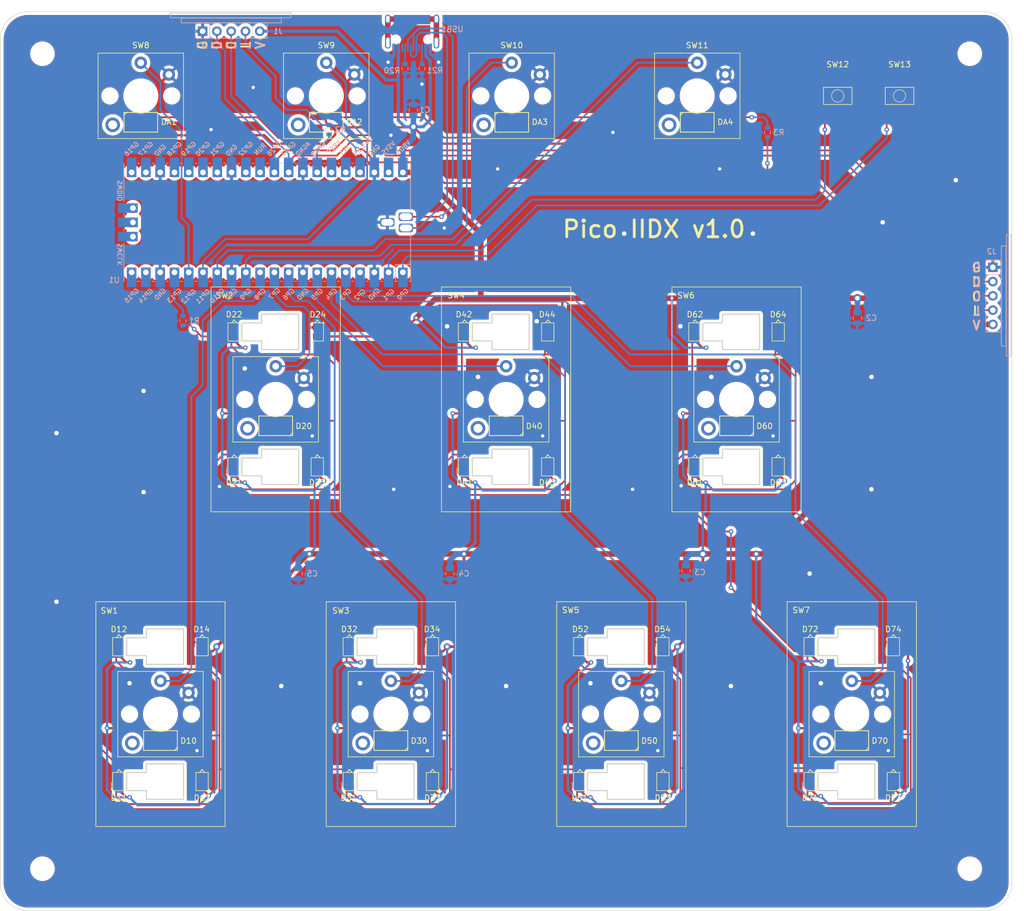
<source format=kicad_pcb>
(kicad_pcb (version 20211014) (generator pcbnew)
  (title_block (title "Pico Controller for IIDX"))
  (layers (0 "F.Cu" signal) (31 "B.Cu" signal) (34 "B.Paste" user) (35 "F.Paste" user) (36 "B.SilkS" user "B.Silkscreen") (37 "F.SilkS" user "F.Silkscreen") (38 "B.Mask" user) (39 "F.Mask" user) (44 "Edge.Cuts" user))
  (net 0 "")
  (net 1 "GND")
  (net 2 "+5V")
  (net 3 "/LED1")
  (net 4 "Net-(R20-Pad1)")
  (net 5 "Net-(R21-Pad1)")
  (net 9 "Net-(DA4-PadO)")
  (net 10 "/LED2")
  (net 14 "/LED4")
  (net 16 "Net-(U1-PadTP2)")
  (net 17 "Net-(U1-PadTP3)")
  (net 31 "Net-(U1-Pad34)")
  (net 32 "unconnected-(USB1-Pad13)")
  (net 40 "/SDA")
  (net 41 "/SCL")
  (net 42 "/TT_LED")
  (net 47 "/LED3")
  (net 51 "/LED6")
  (net 55 "/LED5")
  (net 59 "Net-(DA1-PadO)")
  (net 60 "Net-(DA2-PadO)")
  (net 61 "Net-(DA3-PadO)")
  (net 62 "Net-(R1-Pad2)")
  (net 63 "Net-(SW12-Pad1)")
  (net 64 "Net-(SW13-Pad1)")
  (net 65 "Net-(SW1-Pad1)")
  (net 66 "Net-(SW2-Pad1)")
  (net 67 "Net-(SW3-Pad1)")
  (net 68 "/LED7")
  (net 69 "Net-(SW4-Pad1)")
  (net 70 "Net-(SW5-Pad1)")
  (net 71 "Net-(SW6-Pad1)")
  (net 72 "Net-(SW7-Pad1)")
  (net 73 "Net-(SW8-Pad1)")
  (net 74 "Net-(SW9-Pad1)")
  (net 75 "Net-(SW10-Pad1)")
  (net 76 "Net-(SW11-Pad1)")
  (net 77 "/LED8")
  (footprint "iidx_pico:WS2812B-1615" (layer "F.Cu") (at 191.42 132.4 -90)
    (fp_text reference "D72")
    (fp_text value "WS2812B_Unified" hide)
  )
  (footprint "iidx_pico:WS2812B-1615" (layer "F.Cu") (at 124.22 156.4 -90)
    (fp_text reference "D33")
    (fp_text value "WS2812B_Unified" hide)
  )
  (footprint "iidx_pico:WS2812B-2835" (layer "F.Cu") (at 198.82 149.1)
    (fp_text reference "D70")
    (fp_text value "WS2812B_Unified" hide)
  )
  (footprint "iidx_pico:WS2812B-1615" (layer "F.Cu") (at 185.72 76.4 -90)
    (fp_text reference "D64")
    (fp_text value "WS2812B_Unified" hide)
  )
  (footprint "iidx_pico:WS2812B-1615" (layer "F.Cu") (at 191.42 156.4 -90)
    (fp_text reference "D71")
    (fp_text value "WS2812B_Unified" hide)
  )
  (footprint "iidx_pico:WS2812B-1615" (layer "F.Cu") (at 170.92 100.4 -90)
    (fp_text reference "D61")
    (fp_text value "WS2812B_Unified" hide)
  )
  (footprint "iidx_pico:WS2812B-2835" (layer "F.Cu") (at 96.32 93.1)
    (fp_text reference "D20")
    (fp_text value "WS2812B_Unified" hide)
  )
  (footprint "iidx_pico:SW_Kailh_Choc_V1V2_IIDX" (layer "F.Cu") (at 157.82 144.4)
    (fp_text reference "SW5")
    (fp_text value "SWITCH_SPST" hide)
    (fp_line (start -2.5 -15.15) (end 4.1 -15.15) (layer "Edge.Cuts") (width 0.2))
    (fp_line (start 4.1 8.85) (end 4.1 15.15) (layer "Edge.Cuts") (width 0.2))
    (fp_line (start -2.5 -13.6) (end -6 -13.6) (layer "Edge.Cuts") (width 0.2))
    (fp_line (start -2.5 -10.4) (end -2.5 -8.85) (layer "Edge.Cuts") (width 0.2))
    (fp_line (start 4.1 -15.15) (end 4.1 -8.85) (layer "Edge.Cuts") (width 0.2))
    (fp_line (start -2.5 13.6) (end -6 13.6) (layer "Edge.Cuts") (width 0.2))
    (fp_line (start -2.5 15.15) (end 4.1 15.15) (layer "Edge.Cuts") (width 0.2))
    (fp_line (start -2.5 13.6) (end -2.5 15.15) (layer "Edge.Cuts") (width 0.2))
    (fp_line (start -6 10.4) (end -6 13.6) (layer "Edge.Cuts") (width 0.2))
    (fp_line (start -2.5 -10.4) (end -6 -10.4) (layer "Edge.Cuts") (width 0.2))
    (fp_line (start -2.5 10.4) (end -6 10.4) (layer "Edge.Cuts") (width 0.2))
    (fp_line (start -2.5 8.85) (end -2.5 10.4) (layer "Edge.Cuts") (width 0.2))
    (fp_line (start -2.5 -15.15) (end -2.5 -13.6) (layer "Edge.Cuts") (width 0.2))
    (fp_line (start -6 -13.6) (end -6 -10.4) (layer "Edge.Cuts") (width 0.2))
    (fp_line (start -2.5 8.85) (end 4.1 8.85) (layer "Edge.Cuts") (width 0.2))
    (fp_line (start -2.5 -8.85) (end 4.1 -8.85) (layer "Edge.Cuts") (width 0.2))
  )
  (footprint "iidx_pico:WS2812B-1615" (layer "F.Cu") (at 68.42 156.4 -90)
    (fp_text reference "D11")
    (fp_text value "WS2812B_Unified" hide)
  )
  (footprint "iidx_pico:WS2812B-2835" (layer "F.Cu") (at 75.82 149.1)
    (fp_text reference "D10")
    (fp_text value "WS2812B_Unified" hide)
  )
  (footprint "iidx_pico:MountingHole_3.2mm_M3" (layer "F.Cu") (at 54.82 26.9)
    (fp_text reference "SCR1" hide)
    (fp_text value "ScrewHole" hide)
  )
  (footprint "iidx_pico:WS2812B-1615" (layer "F.Cu") (at 144.72 100.4 -90)
    (fp_text reference "D43")
    (fp_text value "WS2812B_Unified" hide)
  )
  (footprint "iidx_pico:WS2812B-1615" (layer "F.Cu") (at 68.42 132.4 -90)
    (fp_text reference "D12")
    (fp_text value "WS2812B_Unified" hide)
  )
  (footprint "iidx_pico:WS2812B-1615" (layer "F.Cu") (at 83.22 156.4 -90)
    (fp_text reference "D13")
    (fp_text value "WS2812B_Unified" hide)
  )
  (footprint "iidx_pico:WS2812B-1615" (layer "F.Cu") (at 165.22 132.4 -90)
    (fp_text reference "D54")
    (fp_text value "WS2812B_Unified" hide)
  )
  (footprint "iidx_pico:SW_Kailh_Choc_V1V2_1.00u_LED" (layer "F.Cu") (at 138.32 34.4)
    (fp_text reference "SW10")
    (fp_text value "SWITCH_SPST" hide)
  )
  (footprint "iidx_pico:SW_Kailh_Choc_V1V2_IIDX" (layer "F.Cu") (at 96.32 88.4)
    (fp_text reference "SW2")
    (fp_text value "SWITCH_SPST" hide)
    (fp_line (start -2.5 10.4) (end -6 10.4) (layer "Edge.Cuts") (width 0.2))
    (fp_line (start -2.5 -15.15) (end -2.5 -13.6) (layer "Edge.Cuts") (width 0.2))
    (fp_line (start -2.5 8.85) (end -2.5 10.4) (layer "Edge.Cuts") (width 0.2))
    (fp_line (start -2.5 13.6) (end -2.5 15.15) (layer "Edge.Cuts") (width 0.2))
    (fp_line (start -2.5 -10.4) (end -6 -10.4) (layer "Edge.Cuts") (width 0.2))
    (fp_line (start -6 10.4) (end -6 13.6) (layer "Edge.Cuts") (width 0.2))
    (fp_line (start 4.1 -15.15) (end 4.1 -8.85) (layer "Edge.Cuts") (width 0.2))
    (fp_line (start -2.5 8.85) (end 4.1 8.85) (layer "Edge.Cuts") (width 0.2))
    (fp_line (start -2.5 -13.6) (end -6 -13.6) (layer "Edge.Cuts") (width 0.2))
    (fp_line (start -2.5 -15.15) (end 4.1 -15.15) (layer "Edge.Cuts") (width 0.2))
    (fp_line (start -6 -13.6) (end -6 -10.4) (layer "Edge.Cuts") (width 0.2))
    (fp_line (start -2.5 15.15) (end 4.1 15.15) (layer "Edge.Cuts") (width 0.2))
    (fp_line (start -2.5 -10.4) (end -2.5 -8.85) (layer "Edge.Cuts") (width 0.2))
    (fp_line (start -2.5 13.6) (end -6 13.6) (layer "Edge.Cuts") (width 0.2))
    (fp_line (start 4.1 8.85) (end 4.1 15.15) (layer "Edge.Cuts") (width 0.2))
    (fp_line (start -2.5 -8.85) (end 4.1 -8.85) (layer "Edge.Cuts") (width 0.2))
  )
  (footprint "iidx_pico:SW_Kailh_Choc_V1V2_IIDX" (layer "F.Cu") (at 116.82 144.4)
    (fp_text reference "SW3")
    (fp_text value "SWITCH_SPST" hide)
    (fp_line (start -2.5 10.4) (end -6 10.4) (layer "Edge.Cuts") (width 0.2))
    (fp_line (start -2.5 -10.4) (end -6 -10.4) (layer "Edge.Cuts") (width 0.2))
    (fp_line (start -2.5 -8.85) (end 4.1 -8.85) (layer "Edge.Cuts") (width 0.2))
    (fp_line (start -6 10.4) (end -6 13.6) (layer "Edge.Cuts") (width 0.2))
    (fp_line (start -2.5 -15.15) (end -2.5 -13.6) (layer "Edge.Cuts") (width 0.2))
    (fp_line (start -2.5 8.85) (end -2.5 10.4) (layer "Edge.Cuts") (width 0.2))
    (fp_line (start -2.5 13.6) (end -2.5 15.15) (layer "Edge.Cuts") (width 0.2))
    (fp_line (start -2.5 13.6) (end -6 13.6) (layer "Edge.Cuts") (width 0.2))
    (fp_line (start -6 -13.6) (end -6 -10.4) (layer "Edge.Cuts") (width 0.2))
    (fp_line (start -2.5 -15.15) (end 4.1 -15.15) (layer "Edge.Cuts") (width 0.2))
    (fp_line (start -2.5 -10.4) (end -2.5 -8.85) (layer "Edge.Cuts") (width 0.2))
    (fp_line (start -2.5 -13.6) (end -6 -13.6) (layer "Edge.Cuts") (width 0.2))
    (fp_line (start -2.5 15.15) (end 4.1 15.15) (layer "Edge.Cuts") (width 0.2))
    (fp_line (start -2.5 8.85) (end 4.1 8.85) (layer "Edge.Cuts") (width 0.2))
    (fp_line (start 4.1 -15.15) (end 4.1 -8.85) (layer "Edge.Cuts") (width 0.2))
    (fp_line (start 4.1 8.85) (end 4.1 15.15) (layer "Edge.Cuts") (width 0.2))
  )
  (footprint "iidx_pico:WS2812B-2835" (layer "F.Cu") (at 178.32 93.1)
    (fp_text reference "D60")
    (fp_text value "WS2812B_Unified" hide)
  )
  (footprint "iidx_pico:SW_Kailh_Choc_V1V2_1.00u_LED" (layer "F.Cu") (at 105.32 34.4)
    (fp_text reference "SW9")
    (fp_text value "SWITCH_SPST" hide)
  )
  (footprint "iidx_pico:SW_Kailh_Choc_V1V2_1.00u_LED" (layer "F.Cu") (at 72.32 34.4)
    (fp_text reference "SW8")
    (fp_text value "SWITCH_SPST" hide)
  )
  (footprint "iidx_pico:WS2812B-1615" (layer "F.Cu") (at 103.72 76.4 -90)
    (fp_text reference "D24")
    (fp_text value "WS2812B_Unified" hide)
  )
  (footprint "iidx_pico:EVQP1K05M" (layer "F.Cu") (at 207.32 34.4 90)
    (fp_text reference "SW13")
    (fp_text value "Tact_4pin")
  )
  (footprint "iidx_pico:MountingHole_3.2mm_M3" (layer "F.Cu") (at 219.82 26.9)
    (fp_text reference "SCR2" hide)
    (fp_text value "ScrewHole" hide)
  )
  (footprint "iidx_pico:WS2812B-1615" (layer "F.Cu") (at 170.92 76.4 -90)
    (fp_text reference "D62")
    (fp_text value "WS2812B_Unified" hide)
  )
  (footprint "iidx_pico:WS2812B-1615" (layer "F.Cu") (at 88.92 76.4 -90)
    (fp_text reference "D22")
    (fp_text value "WS2812B_Unified" hide)
  )
  (footprint "iidx_pico:WS2812B-1615" (layer "F.Cu") (at 185.72 100.4 -90)
    (fp_text reference "D63")
    (fp_text value "WS2812B_Unified" hide)
  )
  (footprint "iidx_pico:WS2812B-2835" (layer "F.Cu") (at 157.82 149.1)
    (fp_text reference "D50")
    (fp_text value "WS2812B_Unified" hide)
  )
  (footprint "iidx_pico:EVQP1K05M" (layer "F.Cu") (at 196.32 34.4 90)
    (fp_text reference "SW12")
    (fp_text value "Tact_4pin")
  )
  (footprint "iidx_pico:WS2812B-2835" (layer "F.Cu") (at 138.32 39.1 180)
    (fp_text reference "DA3")
    (fp_text value "WS2812B_Unified" hide)
  )
  (footprint "iidx_pico:WS2812B-1615" (layer "F.Cu") (at 206.22 132.4 -90)
    (fp_text reference "D74")
    (fp_text value "WS2812B_Unified" hide)
  )
  (footprint "iidx_pico:WS2812B-2835" (layer "F.Cu") (at 171.32 39.1 180)
    (fp_text reference "DA4")
    (fp_text value "WS2812B_Unified" hide)
  )
  (footprint "iidx_pico:WS2812B-1615" (layer "F.Cu") (at 129.92 100.4 -90)
    (fp_text reference "D41")
    (fp_text value "WS2812B_Unified" hide)
  )
  (footprint "iidx_pico:WS2812B-2835" (layer "F.Cu") (at 105.32 39.1 180)
    (fp_text reference "DA2")
    (fp_text value "WS2812B_Unified" hide)
  )
  (footprint "iidx_pico:WS2812B-1615" (layer "F.Cu") (at 88.92 100.4 -90)
    (fp_text reference "D21")
    (fp_text value "WS2812B_Unified" hide)
  )
  (footprint "iidx_pico:WS2812B-1615" (layer "F.Cu") (at 165.22 156.4 -90)
    (fp_text reference "D53")
    (fp_text value "WS2812B_Unified" hide)
  )
  (footprint "iidx_pico:WS2812B-2835" (layer "F.Cu") (at 72.32 39.1 180)
    (fp_text reference "DA1")
    (fp_text value "WS2812B_Unified" hide)
  )
  (footprint "iidx_pico:WS2812B-1615" (layer "F.Cu") (at 144.72 76.4 -90)
    (fp_text reference "D44")
    (fp_text value "WS2812B_Unified" hide)
  )
  (footprint "iidx_pico:WS2812B-1615" (layer "F.Cu") (at 103.72 100.4 -90)
    (fp_text reference "D23")
    (fp_text value "WS2812B_Unified" hide)
  )
  (footprint "iidx_pico:WS2812B-1615" (layer "F.Cu") (at 150.42 156.4 -90)
    (fp_text reference "D51")
    (fp_text value "WS2812B_Unified" hide)
  )
  (footprint "iidx_pico:SW_Kailh_Choc_V1V2_IIDX" (layer "F.Cu") (at 178.32 88.4)
    (fp_text reference "SW6")
    (fp_text value "SWITCH_SPST" hide)
    (fp_line (start -6 10.4) (end -6 13.6) (layer "Edge.Cuts") (width 0.2))
    (fp_line (start -2.5 15.15) (end 4.1 15.15) (layer "Edge.Cuts") (width 0.2))
    (fp_line (start 4.1 -15.15) (end 4.1 -8.85) (layer "Edge.Cuts") (width 0.2))
    (fp_line (start -2.5 -13.6) (end -6 -13.6) (layer "Edge.Cuts") (width 0.2))
    (fp_line (start -2.5 -15.15) (end 4.1 -15.15) (layer "Edge.Cuts") (width 0.2))
    (fp_line (start -2.5 10.4) (end -6 10.4) (layer "Edge.Cuts") (width 0.2))
    (fp_line (start -2.5 -10.4) (end -6 -10.4) (layer "Edge.Cuts") (width 0.2))
    (fp_line (start -6 -13.6) (end -6 -10.4) (layer "Edge.Cuts") (width 0.2))
    (fp_line (start -2.5 -8.85) (end 4.1 -8.85) (layer "Edge.Cuts") (width 0.2))
    (fp_line (start -2.5 13.6) (end -2.5 15.15) (layer "Edge.Cuts") (width 0.2))
    (fp_line (start -2.5 -15.15) (end -2.5 -13.6) (layer "Edge.Cuts") (width 0.2))
    (fp_line (start 4.1 8.85) (end 4.1 15.15) (layer "Edge.Cuts") (width 0.2))
    (fp_line (start -2.5 13.6) (end -6 13.6) (layer "Edge.Cuts") (width 0.2))
    (fp_line (start -2.5 -10.4) (end -2.5 -8.85) (layer "Edge.Cuts") (width 0.2))
    (fp_line (start -2.5 8.85) (end 4.1 8.85) (layer "Edge.Cuts") (width 0.2))
    (fp_line (start -2.5 8.85) (end -2.5 10.4) (layer "Edge.Cuts") (width 0.2))
  )
  (footprint "iidx_pico:SW_Kailh_Choc_V1V2_1.00u_LED" (layer "F.Cu") (at 171.32 34.4)
    (fp_text reference "SW11")
    (fp_text value "SWITCH_SPST" hide)
  )
  (footprint "iidx_pico:WS2812B-2835" (layer "F.Cu") (at 137.32 93.1)
    (fp_text reference "D40")
    (fp_text value "WS2812B_Unified" hide)
  )
  (footprint "iidx_pico:SW_Kailh_Choc_V1V2_IIDX" (layer "F.Cu") (at 198.82 144.4)
    (fp_text reference "SW7")
    (fp_text value "SWITCH_SPST" hide)
    (fp_line (start -2.5 13.6) (end -2.5 15.15) (layer "Edge.Cuts") (width 0.2))
    (fp_line (start -2.5 -10.4) (end -2.5 -8.85) (layer "Edge.Cuts") (width 0.2))
    (fp_line (start -2.5 -13.6) (end -6 -13.6) (layer "Edge.Cuts") (width 0.2))
    (fp_line (start 4.1 -15.15) (end 4.1 -8.85) (layer "Edge.Cuts") (width 0.2))
    (fp_line (start -2.5 10.4) (end -6 10.4) (layer "Edge.Cuts") (width 0.2))
    (fp_line (start -6 10.4) (end -6 13.6) (layer "Edge.Cuts") (width 0.2))
    (fp_line (start -2.5 15.15) (end 4.1 15.15) (layer "Edge.Cuts") (width 0.2))
    (fp_line (start -2.5 8.85) (end -2.5 10.4) (layer "Edge.Cuts") (width 0.2))
    (fp_line (start -2.5 8.85) (end 4.1 8.85) (layer "Edge.Cuts") (width 0.2))
    (fp_line (start -6 -13.6) (end -6 -10.4) (layer "Edge.Cuts") (width 0.2))
    (fp_line (start -2.5 13.6) (end -6 13.6) (layer "Edge.Cuts") (width 0.2))
    (fp_line (start -2.5 -8.85) (end 4.1 -8.85) (layer "Edge.Cuts") (width 0.2))
    (fp_line (start -2.5 -15.15) (end -2.5 -13.6) (layer "Edge.Cuts") (width 0.2))
    (fp_line (start -2.5 -10.4) (end -6 -10.4) (layer "Edge.Cuts") (width 0.2))
    (fp_line (start -2.5 -15.15) (end 4.1 -15.15) (layer "Edge.Cuts") (width 0.2))
    (fp_line (start 4.1 8.85) (end 4.1 15.15) (layer "Edge.Cuts") (width 0.2))
  )
  (footprint "iidx_pico:WS2812B-1615" (layer "F.Cu") (at 129.92 76.4 -90)
    (fp_text reference "D42")
    (fp_text value "WS2812B_Unified" hide)
  )
  (footprint "iidx_pico:SW_Kailh_Choc_V1V2_IIDX" (layer "F.Cu") (at 137.32 88.4)
    (fp_text reference "SW4")
    (fp_text value "SWITCH_SPST" hide)
    (fp_line (start -2.5 -10.4) (end -2.5 -8.85) (layer "Edge.Cuts") (width 0.2))
    (fp_line (start -2.5 -8.85) (end 4.1 -8.85) (layer "Edge.Cuts") (width 0.2))
    (fp_line (start -6 -13.6) (end -6 -10.4) (layer "Edge.Cuts") (width 0.2))
    (fp_line (start -2.5 -13.6) (end -6 -13.6) (layer "Edge.Cuts") (width 0.2))
    (fp_line (start -2.5 8.85) (end 4.1 8.85) (layer "Edge.Cuts") (width 0.2))
    (fp_line (start -2.5 13.6) (end -6 13.6) (layer "Edge.Cuts") (width 0.2))
    (fp_line (start -2.5 -15.15) (end -2.5 -13.6) (layer "Edge.Cuts") (width 0.2))
    (fp_line (start -2.5 13.6) (end -2.5 15.15) (layer "Edge.Cuts") (width 0.2))
    (fp_line (start 4.1 -15.15) (end 4.1 -8.85) (layer "Edge.Cuts") (width 0.2))
    (fp_line (start -2.5 10.4) (end -6 10.4) (layer "Edge.Cuts") (width 0.2))
    (fp_line (start -2.5 8.85) (end -2.5 10.4) (layer "Edge.Cuts") (width 0.2))
    (fp_line (start -6 10.4) (end -6 13.6) (layer "Edge.Cuts") (width 0.2))
    (fp_line (start -2.5 -10.4) (end -6 -10.4) (layer "Edge.Cuts") (width 0.2))
    (fp_line (start -2.5 -15.15) (end 4.1 -15.15) (layer "Edge.Cuts") (width 0.2))
    (fp_line (start -2.5 15.15) (end 4.1 15.15) (layer "Edge.Cuts") (width 0.2))
    (fp_line (start 4.1 8.85) (end 4.1 15.15) (layer "Edge.Cuts") (width 0.2))
  )
  (footprint "iidx_pico:WS2812B-1615" (layer "F.Cu") (at 109.42 132.4 -90)
    (fp_text reference "D32")
    (fp_text value "WS2812B_Unified" hide)
  )
  (footprint "iidx_pico:WS2812B-1615" (layer "F.Cu") (at 109.42 156.4 -90)
    (fp_text reference "D31")
    (fp_text value "WS2812B_Unified" hide)
  )
  (footprint "iidx_pico:MountingHole_3.2mm_M3" (layer "F.Cu") (at 219.82 171.9)
    (fp_text reference "SCR4" hide)
    (fp_text value "ScrewHole" hide)
  )
  (footprint "iidx_pico:MountingHole_3.2mm_M3" (layer "F.Cu") (at 54.82 171.9)
    (fp_text reference "SCR3" hide)
    (fp_text value "ScrewHole" hide)
  )
  (footprint "iidx_pico:WS2812B-2835" (layer "F.Cu") (at 116.82 149.1)
    (fp_text reference "D30")
    (fp_text value "WS2812B_Unified" hide)
  )
  (footprint "iidx_pico:SW_Kailh_Choc_V1V2_IIDX" (layer "F.Cu") (at 75.82 144.4)
    (fp_text reference "SW1")
    (fp_text value "SWITCH_SPST" hide)
    (fp_line (start -6 10.4) (end -6 13.6) (layer "Edge.Cuts") (width 0.2))
    (fp_line (start 4.1 8.85) (end 4.1 15.15) (layer "Edge.Cuts") (width 0.2))
    (fp_line (start -2.5 8.85) (end 4.1 8.85) (layer "Edge.Cuts") (width 0.2))
    (fp_line (start -2.5 13.6) (end -2.5 15.15) (layer "Edge.Cuts") (width 0.2))
    (fp_line (start -6 -13.6) (end -6 -10.4) (layer "Edge.Cuts") (width 0.2))
    (fp_line (start -2.5 -15.15) (end -2.5 -13.6) (layer "Edge.Cuts") (width 0.2))
    (fp_line (start -2.5 -8.85) (end 4.1 -8.85) (layer "Edge.Cuts") (width 0.2))
    (fp_line (start -2.5 -13.6) (end -6 -13.6) (layer "Edge.Cuts") (width 0.2))
    (fp_line (start -2.5 8.85) (end -2.5 10.4) (layer "Edge.Cuts") (width 0.2))
    (fp_line (start -2.5 -10.4) (end -6 -10.4) (layer "Edge.Cuts") (width 0.2))
    (fp_line (start 4.1 -15.15) (end 4.1 -8.85) (layer "Edge.Cuts") (width 0.2))
    (fp_line (start -2.5 10.4) (end -6 10.4) (layer "Edge.Cuts") (width 0.2))
    (fp_line (start -2.5 15.15) (end 4.1 15.15) (layer "Edge.Cuts") (width 0.2))
    (fp_line (start -2.5 -15.15) (end 4.1 -15.15) (layer "Edge.Cuts") (width 0.2))
    (fp_line (start -2.5 -10.4) (end -2.5 -8.85) (layer "Edge.Cuts") (width 0.2))
    (fp_line (start -2.5 13.6) (end -6 13.6) (layer "Edge.Cuts") (width 0.2))
  )
  (footprint "iidx_pico:WS2812B-1615" (layer "F.Cu") (at 124.22 132.4 -90)
    (fp_text reference "D34")
    (fp_text value "WS2812B_Unified" hide)
  )
  (footprint "iidx_pico:WS2812B-1615" (layer "F.Cu") (at 83.22 132.4 -90)
    (fp_text reference "D14")
    (fp_text value "WS2812B_Unified" hide)
  )
  (footprint "iidx_pico:WS2812B-1615" (layer "F.Cu") (at 150.42 132.4 -90)
    (fp_text reference "D52")
    (fp_text value "WS2812B_Unified" hide)
  )
  (footprint "iidx_pico:WS2812B-1615" (layer "F.Cu") (at 206.22 156.4 -90)
    (fp_text reference "D73")
    (fp_text value "WS2812B_Unified" hide)
  )
  (footprint "Capacitor_SMD:C_0805_2012Metric" (layer "B.Cu") (at 169.32 118.9 -90)
    (fp_text reference "C3")
    (fp_text value "1uF" hide)
  )
  (footprint "MCU_RaspberryPi_and_Boards:RPi_Pico_SMD" (layer "B.Cu") (at 94.82 56.9 90)
    (fp_text reference "U1")
    (fp_text value "Pico")
  )
  (footprint "Resistor_SMD:R_0603_1608Metric" (layer "B.Cu") (at 105.82 40.4 90)
    (fp_text reference "R2")
    (fp_text value "10" hide)
  )
  (footprint "Capacitor_SMD:C_0805_2012Metric" (layer "B.Cu") (at 199.82 73.9 -90)
    (fp_text reference "C2")
    (fp_text value "1uF" hide)
  )
  (footprint "Capacitor_SMD:C_0805_2012Metric" (layer "B.Cu") (at 100.32 119.4 -90)
    (fp_text reference "C5")
    (fp_text value "1uF" hide)
  )
  (footprint "Resistor_SMD:R_0603_1608Metric" (layer "B.Cu") (at 183.82 40.9 -90)
    (fp_text reference "R3")
    (fp_text value "10" hide)
  )
  (footprint "iidx_pico:Pogo_5P_Female" (layer "B.Cu") (at 83.32 22.9 -90)
    (fp_text reference "J1")
    (fp_text value "CONN_01x05" hide)
  )
  (footprint "Resistor_SMD:R_0603_1608Metric" (layer "B.Cu") (at 119.34381 29.55 -90)
    (fp_text reference "R20")
    (fp_text value "5K1" hide)
  )
  (footprint "Capacitor_SMD:C_0805_2012Metric" (layer "B.Cu") (at 127.32 119.4 -90)
    (fp_text reference "C4")
    (fp_text value "1uF" hide)
  )
  (footprint "Resistor_SMD:R_0603_1608Metric" (layer "B.Cu") (at 122.34381 29.55 -90)
    (fp_text reference "R21")
    (fp_text value "5K1" hide)
  )
  (footprint "Resistor_SMD:R_0603_1608Metric" (layer "B.Cu") (at 79.82 74.4 90)
    (fp_text reference "R1")
    (fp_text value "220" hide)
  )
  (footprint "iidx_pico:Pogo_5P_Female" (layer "B.Cu") (at 223.92 64.9 180)
    (fp_text reference "J2")
    (fp_text value "CONN_01x05" hide)
  )
  (footprint "Type-C:HRO-TYPE-C-31-M-12-Assembly" (layer "B.Cu") (at 120.59381 18.1375)
    (fp_text reference "USB1")
    (fp_text value "U262-161N-4BVC11" hide)
  )
  (footprint "Capacitor_SMD:C_0805_2012Metric" (layer "B.Cu") (at 120.82 36.9 90)
    (fp_text reference "C1")
    (fp_text value "1uF" hide)
  )
  (gr_line (start 227.32 24.4) (end 227.32 174.4) (layer "Edge.Cuts") (width 0.1))
  (gr_arc (start 222.32 19.4) (mid 225.855534 20.864466) (end 227.32 24.4) (layer "Edge.Cuts") (width 0.1))
  (gr_line (start 47.32 174.4) (end 47.32 24.4) (layer "Edge.Cuts") (width 0.1))
  (gr_line (start 52.32 19.4) (end 222.32 19.4) (layer "Edge.Cuts") (width 0.1))
  (gr_line (start 52.32 179.4) (end 222.32 179.4) (layer "Edge.Cuts") (width 0.1))
  (gr_arc (start 227.32 174.4) (mid 225.855534 177.935534) (end 222.32 179.4) (layer "Edge.Cuts") (width 0.1))
  (gr_arc (start 47.32 24.4) (mid 48.784466 20.864466) (end 52.32 19.4) (layer "Edge.Cuts") (width 0.1))
  (gr_arc (start 52.32 179.4) (mid 48.784466 177.935534) (end 47.32 174.4) (layer "Edge.Cuts") (width 0.1))
  (gr_text "G\nD\nC\nL\nV" (at 88.444079 25.399999 90) (layer "B.SilkS") (effects (font (size 1.6 1.5) (thickness 0.3)) (justify mirror)))
  (gr_text "G\nD\nC\nL\nV" (at 221.043946 70.121602) (layer "B.SilkS") (effects (font (size 1.6 1.5) (thickness 0.3)) (justify mirror)))
  (gr_text "G\nD\nC\nL\nV" (at 88.458807 25.373368 90) (layer "F.SilkS") (effects (font (size 1.6 1.5) (thickness 0.3))))
  (gr_text "G\nD\nC\nL\nV" (at 220.992803 70.088944) (layer "F.SilkS") (effects (font (size 1.6 1.5) (thickness 0.3))))
  (gr_text "Pico IIDX v1.0" (at 163.62 58.1) (layer "F.SilkS") (effects (font (size 3 3) (thickness 0.5))))
  (via (at 173.82 84.4) (size 1.5) (drill 0.8) (layers "F.Cu" "B.Cu") (net 1))
  (via (at 156.32 40.9) (size 1.2) (drill 0.6) (layers "F.Cu" "B.Cu") (net 1))
  (via (at 158.32 58.9) (size 1.5) (drill 0.8) (layers "F.Cu" "B.Cu") (net 1))
  (via (at 72.82 86.9) (size 1.5) (drill 0.8) (layers "F.Cu" "B.Cu") (net 1))
  (via (at 82.32 150.9) (size 1.2) (drill 0.6) (layers "F.Cu" "B.Cu") (net 1))
  (via (at 90.82 82.9) (size 1.5) (drill 0.8) (layers "F.Cu" "B.Cu") (net 1))
  (via (at 97.32 139.4) (size 1.5) (drill 0.8) (layers "F.Cu" "B.Cu") (net 1))
  (via (at 84.82 40.4) (size 1.2) (drill 0.6) (layers "F.Cu" "B.Cu") (net 1))
  (via (at 116.32 28.4) (size 1) (drill 0.6) (layers "F.Cu" "B.Cu") (net 1))
  (via (at 57.32 94.4) (size 1.5) (drill 0.8) (layers "F.Cu" "B.Cu") (net 1))
  (via (at 135.82 47.4) (size 1.2) (drill 0.6) (layers "F.Cu" "B.Cu") (net 1))
  (via (at 132.32 84.4) (size 1.5) (drill 0.8) (layers "F.Cu" "B.Cu") (net 1))
  (via (at 205.32 150.9) (size 1.2) (drill 0.6) (layers "F.Cu" "B.Cu") (net 1))
  (via (at 193.32 138.9) (size 1.5) (drill 0.8) (layers "F.Cu" "B.Cu") (net 1))
  (via (at 57.32 124.4) (size 1.5) (drill 0.8) (layers "F.Cu" "B.Cu") (net 1))
  (via (at 217.32 49.4) (size 1.5) (drill 0.8) (layers "F.Cu" "B.Cu") (net 1))
  (via (at 86.32 103.9) (size 1.2) (drill 0.6) (layers "F.Cu" "B.Cu") (net 1))
  (via (at 191.32 119.4) (size 1.5) (drill 0.8) (layers "F.Cu" "B.Cu") (net 1))
  (via (at 164.32 150.9) (size 1.2) (drill 0.6) (layers "F.Cu" "B.Cu") (net 1))
  (via (at 126.82 75.4) (size 1.5) (drill 0.8) (layers "F.Cu" "B.Cu") (net 1))
  (via (at 168.456043 103.763957) (size 1.2) (drill 0.6) (layers "F.Cu" "B.Cu") (net 1))
  (via (at 175.32 47.4) (size 1.2) (drill 0.6) (layers "F.Cu" "B.Cu") (net 1))
  (via (at 117.32 104.4) (size 1.2) (drill 0.6) (layers "F.Cu" "B.Cu") (net 1))
  (via (at 116.82 41.4) (size 1.2) (drill 0.6) (layers "F.Cu" "B.Cu") (net 1))
  (via (at 142.766742 74.491196) (size 1.5) (drill 0.8) (layers "F.Cu" "B.Cu") (net 1))
  (via (at 143.82 94.9) (size 1.2) (drill 0.6) (layers "F.Cu" "B.Cu") (net 1))
  (via (at 168.32 75.4) (size 1.5) (drill 0.8) (layers "F.Cu" "B.Cu") (net 1))
  (via locked (at 122.34381 32.3) (size 1) (drill 0.6) (layers "F.Cu" "B.Cu") (net 1))
  (via (at 204.32 56.9) (size 1.5) (drill 0.8) (layers "F.Cu" "B.Cu") (net 1))
  (via (at 70.32 138.9) (size 1.5) (drill 0.8) (layers "F.Cu" "B.Cu") (net 1))
  (via (at 177.32 139.4) (size 1.5) (drill 0.8) (layers "F.Cu" "B.Cu") (net 1))
  (via (at 202.32 104.4) (size 1.5) (drill 0.8) (layers "F.Cu" "B.Cu") (net 1))
  (via (at 111.32 138.9) (size 1.5) (drill 0.8) (layers "F.Cu" "B.Cu") (net 1))
  (via (at 152.32 138.9) (size 1.5) (drill 0.8) (layers "F.Cu" "B.Cu") (net 1))
  (via (at 92.32 32.9) (size 1.2) (drill 0.6) (layers "F.Cu" "B.Cu") (net 1))
  (via (at 159.82 104.4) (size 1.2) (drill 0.6) (layers "F.Cu" "B.Cu") (net 1))
  (via (at 137.32 139.4) (size 1.5) (drill 0.8) (layers "F.Cu" "B.Cu") (net 1))
  (via (at 202.32 84.4) (size 1.5) (drill 0.8) (layers "F.Cu" "B.Cu") (net 1))
  (via (at 102.82 94.9) (size 1.2) (drill 0.6) (layers "F.Cu" "B.Cu") (net 1))
  (via (at 72.82 104.9) (size 1.5) (drill 0.8) (layers "F.Cu" "B.Cu") (net 1))
  (via (at 127.32 103.9) (size 1.2) (drill 0.6) (layers "F.Cu" "B.Cu") (net 1))
  (via (at 125.32 28.4) (size 1) (drill 0.6) (layers "F.Cu" "B.Cu") (net 1))
  (via (at 181.22 58.9) (size 1.5) (drill 0.8) (layers "F.Cu" "B.Cu") (net 1))
  (via (at 123.32 150.9) (size 1.2) (drill 0.6) (layers "F.Cu" "B.Cu") (net 1))
  (via (at 126.32 57.9) (size 1.2) (drill 0.6) (layers "F.Cu" "B.Cu") (net 1))
  (via (at 184.82 94.9) (size 1.2) (drill 0.6) (layers "F.Cu" "B.Cu") (net 1))
  (segment (start 123.81881 26.89881) (end 123.81881 25.8325) (width 0.5) (layer "B.Cu") (net 1))
  (segment (start 117.36881 25.8325) (end 117.36881 27.35119) (width 0.5) (layer "B.Cu") (net 1))
  (segment (start 117.36881 27.35119) (end 116.32 28.4) (width 0.5) (layer "B.Cu") (net 1))
  (segment (start 123.81881 26.89881) (end 125.32 28.4) (width 0.5) (layer "B.Cu") (net 1))
  (segment (start 104.2 101.2) (end 104.2 102.18) (width 0.4) (layer "F.Cu") (net 2))
  (segment (start 135.72 92.2) (end 134.12 92.2) (width 0.4) (layer "F.Cu") (net 2))
  (segment (start 150.9 158.38) (end 151.72 159.2) (width 0.4) (layer "F.Cu") (net 2))
  (segment (start 167.82 132.4) (end 172.32 127.9) (width 0.5) (layer "F.Cu") (net 2))
  (segment (start 76.22 40) (end 73.92 40) (width 0.4) (layer "F.Cu") (net 2))
  (segment (start 167.02 133.2) (end 167.82 132.4) (width 0.4) (layer "F.Cu") (net 2))
  (segment (start 109.9 157.2) (end 109.9 158.38) (width 0.4) (layer "F.Cu") (net 2))
  (segment (start 121.93 48.01) (end 132.82 58.9) (width 1) (layer "F.Cu") (net 2))
  (segment (start 89.4 77.2) (end 89.4 78.38) (width 0.4) (layer "F.Cu") (net 2))
  (segment (start 205.82 70.4) (end 210.48 75.06) (width 1) (layer "F.Cu") (net 2))
  (segment (start 102.32 115.9) (end 85.82 132.4) (width 0.6) (layer "F.Cu") (net 2))
  (segment (start 132.82 58.9) (end 132.82 70.4) (width 1) (layer "F.Cu") (net 2))
  (segment (start 69.72 159.2) (end 70.32 159.2) (width 0.4) (layer "F.Cu") (net 2))
  (segment (start 188.32 70.4) (end 190.82 70.4) (width 1) (layer "F.Cu") (net 2))
  (segment (start 129.82 131.4) (end 129.82 115.9) (width 0.5) (layer "F.Cu") (net 2))
  (segment (start 171.4 101.2) (end 171.4 102.38) (width 0.4) (layer "F.Cu") (net 2))
  (segment (start 126.82 132.4) (end 128.82 132.4) (width 0.5) (layer "F.Cu") (net 2))
  (segment (start 191.9 158.18) (end 192.72 159) (width 0.4) (layer "F.Cu") (net 2))
  (segment (start 95.82 42.9) (end 94.32 41.4) (width 0.4) (layer "F.Cu") (net 2))
  (segment (start 208.12 133.2) (end 208.82 133.9) (width 0.4) (layer "F.Cu") (net 2))
  (segment (start 206.7 133.2) (end 208.12 133.2) (width 0.4) (layer "F.Cu") (net 2))
  (segment (start 172.92 41.8) (end 172.92 40) (width 0.4) (layer "F.Cu") (net 2))
  (segment (start 89.4 102.38) (end 90.22 103.2) (width 0.4) (layer "F.Cu") (net 2))
  (segment (start 85.82 132.5) (end 85.12 133.2) (width 0.4) (layer "F.Cu") (net 2))
  (segment (start 146.52 77.2) (end 147.32 76.4) (width 0.4) (layer "F.Cu") (net 2))
  (segment (start 191.9 134.18) (end 192.72 135) (width 0.4) (layer "F.Cu") (net 2))
  (segment (start 151.72 159.2) (end 152.32 159.2) (width 0.4) (layer "F.Cu") (net 2))
  (segment (start 195.62 148.2) (end 194.32 146.9) (width 0.4) (layer "F.Cu") (net 2))
  (segment (start 85.12 133.2) (end 83.7 133.2) (width 0.4) (layer "F.Cu") (net 2))
  (segment (start 190.82 108.4) (end 183.32 115.9) (width 1) (layer "F.Cu") (net 2))
  (segment (start 132.82 70.4) (end 147.32 70.4) (width 1) (layer "F.Cu") (net 2))
  (segment (start 83.7 157.2) (end 83.7 158.18) (width 0.4) (layer "F.Cu") (net 2))
  (segment (start 145.2 102.18) (end 145.92 102.9) (width 0.4) (layer "F.Cu") (net 2))
  (segment (start 105.32 42.9) (end 95.82 42.9) (width 0.4) (layer "F.Cu") (net 2))
  (segment (start 171.4 77.2) (end 171.4 78.38) (width 0.4) (layer "F.Cu") (net 2))
  (segment (start 151.72 135.2) (end 152.42 135.2) (width 0.4) (layer "F.Cu") (net 2))
  (segment (start 186.2 77.2) (end 190.82 77.2) (width 0.4) (layer "F.Cu") (net 2))
  (segment (start 172.32 127.9) (end 172.32 115.9) (width 0.5) (layer "F.Cu") (net 2))
  (segment (start 186.2 102.18) (end 186.92 102.9) (width 0.4) (layer "F.Cu") (net 2))
  (segment (start 150.9 133.2) (end 150.9 134.38) (width 0.4) (layer "F.Cu") (net 2))
  (segment (start 118.02 77.2) (end 104.2 77.2) (width 0.4) (layer "F.Cu") (net 2))
  (segment (start 145.2 101.2) (end 145.2 102.18) (width 0.4) (layer "F.Cu") (net 2))
  (segment (start 109.9 134.38) (end 110.72 135.2) (width 0.4) (layer "F.Cu") (net 2))
  (segment (start 197.22 148.2) (end 195.62 148.2) (width 0.4) (layer "F.Cu") (net 2))
  (segment (start 171.4 78.38) (end 172.22 79.2) (width 0.4) (layer "F.Cu") (net 2))
  (segment (start 183.32 115.9) (end 172.32 115.9) (width 1) (layer "F.Cu") (net 2))
  (segment (start 165.7 158.18) (end 166.42 158.9) (width 0.4) (layer "F.Cu") (net 2))
  (segment (start 128.82 132.4) (end 129.82 131.4) (width 0.5) (layer "F.Cu") (net 2))
  (segment (start 145.2 77.2) (end 146.52 77.2) (width 0.4) (layer "F.Cu") (net 2))
  (segment (start 120.82 39.9) (end 120.72 40) (width 0.3) (layer "F.Cu") (net 2))
  (segment (start 172.22 79.2) (end 172.92 79.2) (width 0.4) (layer "F.Cu") (net 2))
  (segment (start 93.12 92.2) (end 91.82 90.9) (width 0.4) (layer "F.Cu") (net 2))
  (segment (start 130.4 102.38) (end 131.22 103.2) (width 0.4) (layer "F.Cu") (net 2))
  (segment (start 85.82 132.4) (end 85.82 132.5) (width 0.4) (layer "F.Cu") (net 2))
  (segment (start 150.9 134.38) (end 151.72 135.2) (width 0.4) (layer "F.Cu") (net 2))
  (segment (start 126.12 133.2) (end 124.7 133.2) (width 0.4) (layer "F.Cu") (net 2))
  (segment (start 109.9 133.2) (end 109.9 134.38) (width 0.4) (layer "F.Cu") (net 2))
  (segment (start 110.72 159.2) (end 111.32 159.2) (width 0.4) (layer "F.Cu") (net 2))
  (segment (start 131.22 103.2) (end 131.82 103.2) (width 0.4) (layer "F.Cu") (net 2))
  (segment (start 130.4 101.2) (end 130.4 102.38) (width 0.4) (layer "F.Cu") (net 2))
  (segment (start 106.92 40) (end 106.92 41.3) (width 0.4) (layer "F.Cu") (net 2))
  (segment (start 71.32 146.9) (end 66.32 146.9) (width 0.4) (layer "F.Cu") (net 2))
  (segment (start 72.62 148.2) (end 71.32 146.9) (width 0.4) (layer "F.Cu") (net 2))
  (segment (start 206.7 157) (end 206.7 157.98) (width 0.4) (layer "F.Cu") (net 2))
  (segment (start 113.62 148.2) (end 112.32 146.9) (width 0.4) (layer "F.Cu") (net 2))
  (segment (start 89.4 78.38) (end 90.22 79.2) (width 0.4) (layer "F.Cu") (net 2))
  (segment (start 165.7 157.2) (end 165.7 158.18) (width 0.4) (layer "F.Cu") (net 2))
  (segment (start 191.9 133) (end 191.9 134.18) (width 0.4) (layer "F.Cu") (net 2))
  (segment (start 147.32 76.4) (end 147.32 70.4) (width 0.4) (layer "F.Cu") (net 2))
  (segment (start 109.9 158.38) (end 110.72 159.2) (width 0.4) (layer "F.Cu") (net 2))
  (segment (start 112.32 146.9) (end 107.32 146.9) (width 0.4) (layer "F.Cu") (net 2))
  (segment (start 210.48 75.06) (end 223.92 75.06) (width 1) (layer "F.Cu") (net 2))
  (segment (start 90.22 103.2) (end 90.82 103.2) (width 0.4) (layer "F.Cu") (net 2))
  (segment (start 173.82 90.9) (end 168.82 90.9) (width 0.4) (layer "F.Cu") (net 2))
  (segment (start 118.95 48.01) (end 121.93 48.01) (width 1) (layer "F.Cu") (net 2))
  (segment (start 129.82 115.9) (end 172.32 115.9) (width 1) (layer "F.Cu") (net 2))
  (segment (start 118.02 77.2) (end 121.32 73.9) (width 0.4) (layer "F.Cu") (net 2))
  (segment (start 91.82 90.9) (end 86.82 90.9) (width 0.4) (layer "F.Cu") (net 2))
  (segment (start 190.82 70.4) (end 190.82 108.4) (width 1) (layer "F.Cu") (net 2))
  (segment (start 123.82 42.9) (end 143.82 42.9) (width 0.4) (layer "F.Cu") (net 2))
  (segment (start 134.12 92.2) (end 132.82 90.9) (width 0.4) (layer "F.Cu") (net 2))
  (segment (start 94.32 41.4) (end 77.62 41.4) (width 0.4) (layer "F.Cu") (net 2))
  (segment (start 190.82 70.4) (end 205.82 70.4) (width 1) (layer "F.Cu") (net 2))
  (segment (start 176.72 92.2) (end 175.12 92.2) (width 0.4) (layer "F.Cu") (net 2))
  (segment (start 74.22 148.2) (end 72.62 148.2) (width 0.4) (layer "F.Cu") (net 2))
  (segment (start 102.32 115.9) (end 129.82 115.9) (width 1) (layer "F.Cu") (net 2))
  (segment (start 206.7 157.98) (end 207.42 158.7) (width 0.4) (layer "F.Cu") (net 2))
  (segment (start 106.92 41.3) (end 105.32 42.9) (width 0.4) (layer "F.Cu") (net 2))
  (segment (start 89.4 101.2) (end 89.4 102.38) (width 0.4) (layer "F.Cu") (net 2))
  (segment (start 83.7 158.18) (end 84.42 158.9) (width 0.4) (layer "F.Cu") (net 2))
  (segment (start 130.4 78.38) (end 131.22 79.2) (width 0.4) (layer "F.Cu") (net 2))
  (segment (start 131.22 79.2) (end 131.92 79.2) (width 0.4) (layer "F.Cu") (net 2))
  (segment (start 124.82 70.4) (end 121.32 73.9) (width 1) (layer "F.Cu") (net 2))
  (segment (start 208.82 133.9) (end 208.82 134.9) (width 0.4) (layer "F.Cu") (net 2))
  (segment (start 191.9 157) (end 191.9 158.18) (width 0.4) (layer "F.Cu") (net 2))
  (segment (start 77.62 41.4) (end 76.22 40) (width 0.4) (layer "F.Cu") (net 2))
  (segment (start 194.32 146.9) (end 189.32 146.9) (width 0.4) (layer "F.Cu") (net 2))
  (segment (start 104.2 102.18) (end 104.92 102.9) (width 0.4) (layer "F.Cu") (net 2))
  (segment (start 154.62 148.2) (end 153.32 146.9) (width 0.4) (layer "F.Cu") (net 2))
  (segment (start 120.82 39.9) (end 123.82 42.9) (width 0.4) (layer "F.Cu") (net 2))
  (segment (start 143.82 42.9) (end 171.82 42.9) (width 0.4) (layer "F.Cu") (net 2))
  (segment (start 142.42 40) (end 139.92 40) (width 0.4) (layer "F.Cu") (net 2))
  (segment (start 68.9 158.38) (end 69.72 159.2) (width 0.4) (layer "F.Cu") (net 2))
  (segment (start 115.22 148.2) (end 113.62 148.2) (width 0.4) (layer "F.Cu") (net 2))
  (segment (start 126.82 132.4) (end 126.82 132.5) (width 0.3) (layer "F.Cu") (net 2))
  (segment (start 68.9 134.38) (end 69.72 135.2) (width 0.4) (layer "F.Cu") (net 2))
  (segment (start 69.72 135.2) (end 70.42 135.2) (width 0.4) (layer "F.Cu") (net 2))
  (segment (start 143.82 41.4) (end 143.82 42.9) (width 0.4) (layer "F.Cu") (net 2))
  (segment (start 120.72 40) (end 106.92 40) (width 0.4) (layer "F.Cu") (net 2))
  (segment (start 132.82 90.9) (end 127.82 90.9) (width 0.4) (layer "F.Cu") (net 2))
  (segment (start 192.72 159) (end 193.32 159) (width 0.4) (layer "F.Cu") (net 2))
  (segment (start 124.7 158.18) (end 125.42 158.9) (width 0.4) (layer "F.Cu") (net 2))
  (segment (start 126.82 132.5) (end 126.12 133.2) (width 0.4) (layer "F.Cu") (net 2))
  (segment (start 150.9 157.2) (end 150.9 158.38) (width 0.4) (layer "F.Cu") (net 2))
  (segment (start 175.12 92.2) (end 173.82 90.9) (width 0.4) (layer "F.Cu") (net 2))
  (segment (start 186.2 101.2) (end 186.2 102.18) (width 0.4) (layer "F.Cu") (net 2))
  (segment (start 147.32 70.4) (end 188.32 70.4) (width 1) (layer "F.Cu") (net 2))
  (segment (start 153.32 146.9) (end 148.32 146.9) (width 0.4) (layer "F.Cu") (net 2))
  (segment (start 171.82 42.9) (end 172.92 41.8) (width 0.4) (layer "F.Cu") (net 2))
  (segment (start 130.4 77.2) (end 130.4 78.38) (width 0.4) (layer "F.Cu") (net 2))
  (segment (start 94.72 92.2) (end 93.12 92.2) (width 0.4) (layer "F.Cu") (net 2))
  (segment (start 171.4 102.38) (end 172.22 103.2) (width 0.4) (layer "F.Cu") (net 2))
  (segment (start 68.9 133.2) (end 68.9 134.38) (width 0.4) (layer "F.Cu") (net 2))
  (segment (start 143.32 40.9) (end 143.82 41.4) (width 0.4) (layer "F.Cu") (net 2))
  (segment (start 143.32 40.9) (end 142.42 40) (width 0.4) (layer "F.Cu") (net 2))
  (segment (start 132.82 70.4) (end 124.82 70.4) (width 1) (layer "F.Cu") (net 2))
  (segment (start 172.22 103.2) (end 172.82 103.2) (width 0.4) (layer "F.Cu") (net 2))
  (segment (start 156.22 148.2) (end 154.62 148.2) (width 0.4) (layer "F.Cu") (net 2))
  (segment (start 192.72 135) (end 193.42 135) (width 0.4) (layer "F.Cu") (net 2))
  (segment (start 124.7 157.2) (end 124.7 158.18) (width 0.4) (layer "F.Cu") (net 2))
  (segment (start 90.22 79.2) (end 90.92 79.2) (width 0.4) (layer "F.Cu") (net 2))
  (segment (start 110.72 135.2) (end 111.42 135.2) (width 0.4) (layer "F.Cu") (net 2))
  (segment (start 165.7 133.2) (end 167.02 133.2) (width 0.4) (layer "F.Cu") (net 2))
  (segment (start 68.9 157.2) (end 68.9 158.38) (width 0.4) (layer "F.Cu") (net 2))
  (via (at 166.42 158.9) (size 0.8) (drill 0.4) (layers "F.Cu" "B.Cu") (net 2))
  (via (at 125.42 158.9) (size 0.8) (drill 0.4) (layers "F.Cu" "B.Cu") (net 2))
  (via (at 172.92 79.2) (size 0.8) (drill 0.4) (layers "F.Cu" "B.Cu") (net 2))
  (via (at 193.32 159) (size 0.8) (drill 0.4) (layers "F.Cu" "B.Cu") (net 2))
  (via (at 166.82 70.4) (size 0.8) (drill 0.4) (layers "F.Cu" "B.Cu") (net 2))
  (via (at 102.32 115.9) (size 1.2) (drill 0.6) (layers "F.Cu" "B.Cu") (net 2))
  (via (at 148.32 146.9) (size 0.8) (drill 0.4) (layers "F.Cu" "B.Cu") (net 2))
  (via (at 189.32 146.9) (size 0.8) (drill 0.4) (layers "F.Cu" "B.Cu") (net 2))
  (via (at 167.82 132.4) (size 1.2) (drill 0.6) (layers "F.Cu" "B.Cu") (net 2))
  (via (at 186.92 102.9) (size 0.8) (drill 0.4) (layers "F.Cu" "B.Cu") (net 2))
  (via (at 129.82 115.9) (size 1.2) (drill 0.6) (layers "F.Cu" "B.Cu") (net 2))
  (via (at 66.32 146.9) (size 0.8) (drill 0.4) (layers "F.Cu" "B.Cu") (net 2))
  (via (at 104.92 102.9) (size 0.8) (drill 0.4) (layers "F.Cu" "B.Cu") (net 2))
  (via (at 111.32 159.2) (size 0.8) (drill 0.4) (layers "F.Cu" "B.Cu") (net 2))
  (via (at 208.82 134.9) (size 0.8) (drill 0.4) (layers "F.Cu" "B.Cu") (net 2))
  (via (at 111.42 135.2) (size 0.8) (drill 0.4) (layers "F.Cu" "B.Cu") (net 2))
  (via (at 84.42 158.9) (size 0.8) (drill 0.4) (layers "F.Cu" "B.Cu") (net 2))
  (via (at 90.92 79.2) (size 0.8) (drill 0.4) (layers "F.Cu" "B.Cu") (net 2))
  (via (at 199.82 70.4) (size 1.5) (drill 0.8) (layers "F.Cu" "B.Cu") (net 2))
  (via (at 172.82 103.2) (size 0.8) (drill 0.4) (layers "F.Cu" "B.Cu") (net 2))
  (via (at 168.82 90.9) (size 0.8) (drill 0.4) (layers "F.Cu" "B.Cu") (net 2))
  (via (at 207.42 158.7) (size 0.8) (drill 0.4) (layers "F.Cu" "B.Cu") (net 2))
  (via (at 85.82 132.4) (size 1.2) (drill 0.6) (layers "F.Cu" "B.Cu") (net 2))
  (via (at 181.82 115.9) (size 1.2) (drill 0.6) (layers "F.Cu" "B.Cu") (net 2))
  (via (at 86.82 90.9) (size 0.8) (drill 0.4) (layers "F.Cu" "B.Cu") (net 2))
  (via (at 172.32 115.9) (size 1.5) (drill 0.8) (layers "F.Cu" "B.Cu") (net 2))
  (via (at 121.32 73.9) (size 0.8) (drill 0.4) (layers "F.Cu" "B.Cu") (net 2))
  (via (at 70.42 135.2) (size 0.8) (drill 0.4) (layers "F.Cu" "B.Cu") (net 2))
  (via (at 152.42 135.2) (size 0.8) (drill 0.4) (layers "F.Cu" "B.Cu") (net 2))
  (via (at 120.82 39.9) (size 1.5) (drill 0.8) (layers "F.Cu" "B.Cu") (net 2))
  (via (at 127.82 90.9) (size 0.8) (drill 0.4) (layers "F.Cu" "B.Cu") (net 2))
  (via (at 145.92 102.9) (size 0.8) (drill 0.4) (layers "F.Cu" "B.Cu") (net 2))
  (via (at 193.42 135) (size 0.8) (drill 0.4) (layers "F.Cu" "B.Cu") (net 2))
  (via (at 152.32 159.2) (size 0.8) (drill 0.4) (layers "F.Cu" "B.Cu") (net 2))
  (via (at 70.32 159.2) (size 0.8) (drill 0.4) (layers "F.Cu" "B.Cu") (net 2))
  (via (at 131.92 79.2) (size 0.8) (drill 0.4) (layers "F.Cu" "B.Cu") (net 2))
  (via (at 107.32 146.9) (size 0.8) (drill 0.4) (layers "F.Cu" "B.Cu") (net 2))
  (via (at 90.82 103.2) (size 0.8) (drill 0.4) (layers "F.Cu" "B.Cu") (net 2))
  (via (at 126.82 132.4) (size 1.2) (drill 0.6) (layers "F.Cu" "B.Cu") (net 2))
  (via (at 131.82 103.2) (size 0.8) (drill 0.4) (layers "F.Cu" "B.Cu") (net 2))
  (segment (start 108.52 135.2) (end 107.32 136.4) (width 0.4) (layer "B.Cu") (net 2))
  (segment (start 185.22 104.6) (end 174.22 104.6) (width 0.4) (layer "B.Cu") (net 2))
  (segment (start 123.04381 27.35) (end 123.82 28.12619) (width 0.55) (layer "B.Cu") (net 2))
  (segment (start 107.32 157.65) (end 108.87 159.2) (width 0.4) (layer "B.Cu") (net 2))
  (segment (start 100.32 116.9) (end 100.32 118.45) (width 1) (layer "B.Cu") (net 2))
  (segment (start 170.12 103.2) (end 168.82 101.9) (width 0.4) (layer "B.Cu") (net 2))
  (segment (start 129.82 115.9) (end 131.82 113.9) (width 0.4) (layer "B.Cu") (net 2))
  (segment (start 111.42 135.2) (end 108.52 135.2) (width 0.4) (layer "B.Cu") (net 2))
  (segment (start 133.22 104.6) (end 131.82 103.2) (width 0.4) (layer "B.Cu") (net 2))
  (segment (start 108.87 159.2) (end 111.32 159.2) (width 0.4) (layer "B.Cu") (net 2))
  (segment (start 144.22 104.6) (end 133.22 104.6) (width 0.4) (layer "B.Cu") (net 2))
  (segment (start 120.82 41.9) (end 118.95 43.77) (width 1) (layer "B.Cu") (net 2))
  (segment (start 166.42 158.9) (end 164.92 160.4) (width 0.4) (layer "B.Cu") (net 2))
  (segment (start 126.62 79.2) (end 121.32 73.9) (width 0.4) (layer "B.Cu") (net 2))
  (segment (start 103.22 104.6) (end 92.22 104.6) (width 0.4) (layer "B.Cu") (net 2))
  (segment (start 172.92 79.2) (end 169.12 79.2) (width 0.4) (layer "B.Cu") (net 2))
  (segment (start 131.92 79.2) (end 126.62 79.2) (width 0.4) (layer "B.Cu") (net 2))
  (segment (start 131.82 113.9) (end 131.82 103.2) (width 0.4) (layer "B.Cu") (net 2))
  (segment (start 104.92 102.9) (end 103.22 104.6) (width 0.4) (layer "B.Cu") (net 2))
  (segment (start 126.82 157.5) (end 125.42 158.9) (width 0.4) (layer "B.Cu") (net 2))
  (segment (start 92.22 104.6) (end 90.82 103.2) (width 0.4) (layer "B.Cu") (net 2))
  (segment (start 190.92 135) (end 189.32 135) (width 0.4) (layer "B.Cu") (net 2))
  (segment (start 86.82 101.9) (end 88.12 103.2) (width 0.4) (layer "B.Cu") (net 2))
  (segment (start 86.82 80.4) (end 86.82 101.9) (width 0.4) (layer "B.Cu") (net 2))
  (segment (start 172.32 115.9) (end 170.098607 115.9) (width 1) (layer "B.Cu") (net 2))
  (segment (start 118.14381 25.8325) (end 118.14381 31.57619) (width 0.55) (layer "B.Cu") (net 2))
  (segment (start 166.82 76.9) (end 166.82 70.4) (width 0.4) (layer "B.Cu") (net 2))
  (segment (start 148.32 139.3) (end 148.32 157.9) (width 0.4) (layer "B.Cu") (net 2))
  (segment (start 93.48 22.9) (end 107.32 22.9) (width 0.55) (layer "B.Cu") (net 2))
  (segment (start 164.92 160.4) (end 156.82 160.4) (width 0.4) (layer "B.Cu") (net 2))
  (segment (start 127.82 101.9) (end 127.82 90.9) (width 0.4) (layer "B.Cu") (net 2))
  (segment (start 107.32 22.9) (end 115.99619 31.57619) (width 0.55) (layer "B.Cu") (net 2))
  (segment (start 189.32 157.55) (end 190.77 159) (width 0.4) (layer "B.Cu") (net 2))
  (segment (start 88.02 79.2) (end 86.82 80.4) (width 0.4) (layer "B.Cu") (net 2))
  (segment (start 208.82 134.9) (end 208.82 157.3) (width 0.4) (layer "B.Cu") (net 2))
  (segment (start 181.82 127.4) (end 181.82 115.9) (width 0.4) (layer "B.Cu") (net 2))
  (segment (start 128.457531 115.9) (end 127.32 117.037531) (width 1) (layer "B.Cu") (net 2))
  (segment (start 84.42 158.9) (end 82.72 160.6) (width 0.4) (layer "B.Cu") (net 2))
  (segment (start 205.72 160.4) (end 194.72 160.4) (width 0.4) (layer "B.Cu") (net 2))
  (segment (start 174.22 104.6) (end 172.82 103.2) (width 0.4) (layer "B.Cu") (net 2))
  (segment (start 131.82 103.2) (end 129.12 103.2) (width 0.4) (layer "B.Cu") (net 2))
  (segment (start 148.32 157.9) (end 149.62 159.2) (width 0.4) (layer "B.Cu") (net 2))
  (segment (start 101.32 115.9) (end 100.32 116.9) (width 1) (layer "B.Cu") (net 2))
  (segment (start 71.72 160.6) (end 70.32 159.2) (width 0.4) (layer "B.Cu") (net 2))
  (segment (start 123.82 38.637083) (end 122.557083 39.9) (width 0.55) (layer "B.Cu") (net 2))
  (segment (start 82.72 160.6) (end 71.72 160.6) (width 0.4) (layer "B.Cu") (net 2))
  (segment (start 90.92 79.2) (end 88.02 79.2) (width 0.4) (layer "B.Cu") (net 2))
  (segment (start 169.32 116.678607) (end 169.32 117.95) (width 1) (layer "B.Cu") (net 2))
  (segment locked (start 123.04381 27.35) (end 123.04381 25.8325) (width 0.55) (layer "B.Cu") (net 2))
  (segment (start 118.95 43.77) (end 118.95 48.01) (width 1) (layer "B.Cu") (net 2))
  (segment (start 153.52 160.4) (end 156.82 160.4) (width 0.4) (layer "B.Cu") (net 2))
  (segment (start 168.82 101.9) (end 168.82 90.9) (width 0.4) (layer "B.Cu") (net 2))
  (segment (start 123.82 28.12619) (end 123.82 38.637083) (width 0.55) (layer "B.Cu") (net 2))
  (segment (start 193.42 135) (end 190.92 135) (width 0.4) (layer "B.Cu") (net 2))
  (segment (start 70.42 135.2) (end 67.52 135.2) (width 0.4) (layer "B.Cu") (net 2))
  (segment (start 102.32 115.9) (end 103.22 115) (width 0.4) (layer "B.Cu") (net 2))
  (segment (start 102.32 115.9) (end 101.32 115.9) (width 1) (layer "B.Cu") (net 2))
  (segment (start 85.82 132.4) (end 85.82 157.5) (width 0.4) (layer "B.Cu") (net 2))
  (segment (start 126.82 132.4) (end 126.82 157.5) (width 0.4) (layer "B.Cu") (net 2))
  (segment (start 189.32 135) (end 189.32 157.55) (width 0.4) (layer "B.Cu") (net 2))
  (segment (start 169.12 79.2) (end 166.82 76.9) (width 0.4) (layer "B.Cu") (net 2))
  (segment (start 129.82 115.9) (end 128.457531 115.9) (width 1) (layer "B.Cu") (net 2))
  (segment (start 172.82 103.2) (end 172.82 108.4) (width 0.4) (layer "B.Cu") (net 2))
  (segment (start 189.42 135) (end 181.82 127.4) (width 0.4) (layer "B.Cu") (net 2))
  (segment (start 112.52 160.4) (end 111.32 159.2) (width 0.4) (layer "B.Cu") (net 2))
  (segment (start 85.82 157.5) (end 84.42 158.9) (width 0.4) (layer "B.Cu") (net 2))
  (segment (start 172.82 108.4) (end 172.32 108.9) (width 0.4) (layer "B.Cu") (net 2))
  (segment (start 199.82 72.95) (end 199.82 70.4) (width 1) (layer "B.Cu") (net 2))
  (segment (start 67.52 135.2) (end 66.32 136.4) (width 0.4) (layer "B.Cu") (net 2))
  (segment (start 125.42 158.9) (end 123.92 160.4) (width 0.4) (layer "B.Cu") (net 2))
  (segment (start 103.22 115) (end 103.22 104.6) (width 0.4) (layer "B.Cu") (net 2))
  (segment (start 120.82 39.9) (end 120.82 41.9) (width 1) (layer "B.Cu") (net 2))
  (segment (start 152.42 135.2) (end 148.32 139.3) (width 0.4) (layer "B.Cu") (net 2))
  (segment (start 194.72 160.4) (end 193.32 159) (width 0.4) (layer "B.Cu") (net 2))
  (segment (start 172.82 103.2) (end 170.12 103.2) (width 0.4) (layer "B.Cu") (net 2))
  (segment (start 115.99619 31.57619) (end 118.14381 31.57619) (width 0.55) (layer "B.Cu") (net 2))
  (segment (start 88.12 103.2) (end 90.82 103.2) (width 0.4) (layer "B.Cu") (net 2))
  (segment (start 207.42 158.7) (end 205.72 160.4) (width 0.4) (layer "B.Cu") (net 2))
  (segment (start 167.82 132.4) (end 167.82 157.5) (width 0.4) (layer "B.Cu") (net 2))
  (segment (start 149.62 159.2) (end 152.32 159.2) (width 0.4) (layer "B.Cu") (net 2))
  (segment (start 190.92 135) (end 189.42 135) (width 0.4) (layer "B.Cu") (net 2))
  (segment (start 122.557083 39.9) (end 120.82 39.9) (width 0.55) (layer "B.Cu") (net 2))
  (segment (start 118.14381 38.744019) (end 119.299791 39.9) (width 0.55) (layer "B.Cu") (net 2))
  (segment (start 119.299791 39.9) (end 120.82 39.9) (width 0.55) (layer "B.Cu") (net 2))
  (segment (start 120.82 39.9) (end 120.82 37.85) (width 1) (layer "B.Cu") (net 2))
  (segment (start 129.12 103.2) (end 127.82 101.9) (width 0.4) (layer "B.Cu") (net 2))
  (segment (start 186.92 102.9) (end 185.22 104.6) (width 0.4) (layer "B.Cu") (net 2))
  (segment (start 107.32 136.4) (end 107.32 157.65) (width 0.4) (layer "B.Cu") (net 2))
  (segment (start 127.32 117.037531) (end 127.32 118.45) (width 1) (layer "B.Cu") (net 2))
  (segment (start 208.82 157.3) (end 207.42 158.7) (width 0.4) (layer "B.Cu") (net 2))
  (segment (start 152.32 159.2) (end 153.52 160.4) (width 0.4) (layer "B.Cu") (net 2))
  (segment (start 66.32 157.9) (end 67.62 159.2) (width 0.4) (layer "B.Cu") (net 2))
  (segment (start 172.32 108.9) (end 172.32 115.9) (width 0.4) (layer "B.Cu") (net 2))
  (segment (start 66.32 136.4) (end 66.32 157.9) (width 0.4) (layer "B.Cu") (net 2))
  (segment (start 67.62 159.2) (end 70.32 159.2) (width 0.4) (layer "B.Cu") (net 2))
  (segment (start 170.098607 115.9) (end 169.32 116.678607) (width 1) (layer "B.Cu") (net 2))
  (segment (start 190.77 159) (end 193.32 159) (width 0.4) (layer "B.Cu") (net 2))
  (segment (start 118.14381 31.57619) (end 118.14381 38.744019) (width 0.55) (layer "B.Cu") (net 2))
  (segment (start 167.82 157.5) (end 166.42 158.9) (width 0.4) (layer "B.Cu") (net 2))
  (segment (start 123.92 160.4) (end 112.52 160.4) (width 0.4) (layer "B.Cu") (net 2))
  (segment (start 145.92 102.9) (end 144.22 104.6) (width 0.4) (layer "B.Cu") (net 2))
  (segment (start 86.32 158.8) (end 84.72 160.4) (width 0.3) (layer "F.Cu") (net 3))
  (segment (start 111.92 152.2) (end 109.9 154.22) (width 0.3) (layer "F.Cu") (net 3))
  (segment (start 69.32 160.4) (end 67.94 159.02) (width 0.3) (layer "F.Cu") (net 3))
  (segment (start 67.94 159.02) (end 67.94 157.2) (width 0.3) (layer "F.Cu") (net 3))
  (segment (start 82.72 136.4) (end 84.52 136.4) (width 0.3) (layer "F.Cu") (net 3))
  (segment (start 82.74 133.2) (end 82.74 136.38) (width 0.3) (layer "F.Cu") (net 3))
  (segment (start 86.32 148.2) (end 86.32 158.8) (width 0.3) (layer "F.Cu") (net 3))
  (segment (start 114.02 152.2) (end 111.92 152.2) (width 0.3) (layer "F.Cu") (net 3))
  (segment (start 115.22 151) (end 114.02 152.2) (width 0.3) (layer "F.Cu") (net 3))
  (segment (start 69.42 136.4) (end 82.72 136.4) (width 0.3) (layer "F.Cu") (net 3))
  (segment (start 86.32 138.2) (end 86.32 148.2) (width 0.3) (layer "F.Cu") (net 3))
  (segment (start 82.82 160.4) (end 69.32 160.4) (width 0.3) (layer "F.Cu") (net 3))
  (segment (start 67.94 133.2) (end 67.94 134.92) (width 0.3) (layer "F.Cu") (net 3))
  (segment (start 109.9 154.22) (end 109.9 155.6) (width 0.3) (layer "F.Cu") (net 3))
  (segment (start 67.94 134.92) (end 69.42 136.4) (width 0.3) (layer "F.Cu") (net 3))
  (segment (start 115.22 150) (end 115.22 151) (width 0.3) (layer "F.Cu") (net 3))
  (segment (start 77.42 148.2) (end 86.32 148.2) (width 0.3) (layer "F.Cu") (net 3))
  (segment (start 86.3 154.22) (end 109.9 154.22) (width 0.3) (layer "F.Cu") (net 3))
  (segment (start 82.74 157.2) (end 82.74 160.32) (width 0.3) (layer "F.Cu") (net 3))
  (segment (start 84.72 160.4) (end 82.82 160.4) (width 0.3) (layer "F.Cu") (net 3))
  (segment (start 84.52 136.4) (end 86.32 138.2) (width 0.3) (layer "F.Cu") (net 3))
  (segment locked (start 119.34381 28.725) (end 119.34381 25.8325) (width 0.3) (layer "B.Cu") (net 4))
  (segment locked (start 122.34381 28.725) (end 122.34381 25.8325) (width 0.3) (layer "B.Cu") (net 5))
  (segment (start 172.92 38.2) (end 181.02 38.2) (width 0.3) (layer "F.Cu") (net 9))
  (via (at 181.02 38.2) (size 0.8) (drill 0.4) (layers "F.Cu" "B.Cu") (net 9))
  (segment (start 183.82 38.9) (end 183.82 40.075) (width 0.3) (layer "B.Cu") (net 9))
  (segment (start 183.12 38.2) (end 183.82 38.9) (width 0.3) (layer "B.Cu") (net 9))
  (segment (start 181.02 38.2) (end 183.12 38.2) (width 0.3) (layer "B.Cu") (net 9))
  (segment (start 103.32 104.4) (end 89.82 104.4) (width 0.3) (layer "F.Cu") (net 10))
  (segment (start 106.82 102.8) (end 105.22 104.4) (width 0.3) (layer "F.Cu") (net 10))
  (segment (start 103.24 77.2) (end 103.24 80.38) (width 0.3) (layer "F.Cu") (net 10))
  (segment (start 88.44 78.92) (end 89.92 80.4) (width 0.3) (layer "F.Cu") (net 10))
  (segment (start 88.44 103.02) (end 88.44 101.2) (width 0.3) (layer "F.Cu") (net 10))
  (segment (start 105.02 80.4) (end 106.82 82.2) (width 0.3) (layer "F.Cu") (net 10))
  (segment (start 89.82 104.4) (end 88.44 103.02) (width 0.3) (layer "F.Cu") (net 10))
  (segment (start 103.22 80.4) (end 105.02 80.4) (width 0.3) (layer "F.Cu") (net 10))
  (segment (start 97.92 92.2) (end 106.82 92.2) (width 0.3) (layer "F.Cu") (net 10))
  (segment (start 83.12 77.2) (end 88.44 77.2) (width 0.3) (layer "F.Cu") (net 10))
  (segment (start 81.82 75.9) (end 83.12 77.2) (width 0.3) (layer "F.Cu") (net 10))
  (segment (start 105.22 104.4) (end 103.32 104.4) (width 0.3) (layer "F.Cu") (net 10))
  (segment (start 106.82 82.2) (end 106.82 92.2) (width 0.3) (layer "F.Cu") (net 10))
  (segment (start 106.82 92.2) (end 106.82 102.8) (width 0.3) (layer "F.Cu") (net 10))
  (segment (start 103.24 101.2) (end 103.24 104.32) (width 0.3) (layer "F.Cu") (net 10))
  (segment (start 89.92 80.4) (end 103.22 80.4) (width 0.3) (layer "F.Cu") (net 10))
  (segment (start 88.44 77.2) (end 88.44 78.92) (width 0.3) (layer "F.Cu") (net 10))
  (via (at 81.82 75.9) (size 0.8) (drill 0.4) (layers "F.Cu" "B.Cu") (net 10))
  (segment (start 79.82 75.225) (end 81.145 75.225) (width 0.3) (layer "B.Cu") (net 10))
  (segment (start 81.145 75.225) (end 81.82 75.9) (width 0.3) (layer "B.Cu") (net 10))
  (segment (start 94.72 94) (end 94.72 95) (width 0.3) (layer "F.Cu") (net 14))
  (segment (start 130.82 104.4) (end 129.44 103.02) (width 0.3) (layer "F.Cu") (net 14))
  (segment (start 84.82 104.4) (end 85.82 105.4) (width 0.3) (layer "F.Cu") (net 14))
  (segment (start 84.82 100.4) (end 84.82 104.4) (width 0.3) (layer "F.Cu") (net 14))
  (segment (start 144.24 77.2) (end 144.24 80.38) (width 0.3) (layer "F.Cu") (net 14))
  (segment (start 147.82 92.2) (end 147.82 102.8) (width 0.3) (layer "F.Cu") (net 14))
  (segment (start 129.44 84.78) (end 129.44 77.2) (width 0.3) (layer "F.Cu") (net 14))
  (segment (start 138.92 92.2) (end 147.82 92.2) (width 0.3) (layer "F.Cu") (net 14))
  (segment (start 147.82 102.8) (end 146.22 104.4) (width 0.3) (layer "F.Cu") (net 14))
  (segment (start 93.52 96.2) (end 91.42 96.2) (width 0.3) (layer "F.Cu") (net 14))
  (segment (start 147.82 82.2) (end 146.02 80.4) (width 0.3) (layer "F.Cu") (net 14))
  (segment (start 85.82 105.4) (end 108.82 105.4) (width 0.3) (layer "F.Cu") (net 14))
  (segment (start 89.4 98.22) (end 87 98.22) (width 0.3) (layer "F.Cu") (net 14))
  (segment (start 87 98.22) (end 84.82 100.4) (width 0.3) (layer "F.Cu") (net 14))
  (segment (start 91.42 96.2) (end 89.4 98.22) (width 0.3) (layer "F.Cu") (net 14))
  (segment (start 147.82 92.2) (end 147.82 82.2) (width 0.3) (layer "F.Cu") (net 14))
  (segment (start 129.44 103.02) (end 129.44 101.2) (width 0.3) (layer "F.Cu") (net 14))
  (segment (start 146.02 80.4) (end 129.44 80.4) (width 0.3) (layer "F.Cu") (net 14))
  (segment (start 144.32 104.4) (end 130.82 104.4) (width 0.3) (layer "F.Cu") (net 14))
  (segment (start 108.82 105.4) (end 129.44 84.78) (width 0.3) (layer "F.Cu") (net 14))
  (segment (start 144.24 101.2) (end 144.24 104.32) (width 0.3) (layer "F.Cu") (net 14))
  (segment (start 146.22 104.4) (end 144.32 104.4) (width 0.3) (layer "F.Cu") (net 14))
  (segment (start 94.72 95) (end 93.52 96.2) (width 0.3) (layer "F.Cu") (net 14))
  (segment (start 89.4 98.22) (end 89.4 99.6) (width 0.3) (layer "F.Cu") (net 14))
  (segment (start 125.82 55.9) (end 119.47 55.9) (width 0.3) (layer "F.Cu") (net 16))
  (via (at 125.82 55.9) (size 0.8) (drill 0.4) (layers "F.Cu" "B.Cu") (net 16))
  (segment (start 127.82 53.9) (end 127.82 23.9) (width 0.3) (layer "B.Cu") (net 16))
  (segment (start 126.32 22.4) (end 121.82 22.4) (width 0.3) (layer "B.Cu") (net 16))
  (segment (start 120.82 23.4) (end 119.84381 24.37619) (width 0.3) (layer "B.Cu") (net 16))
  (segment (start 127.82 23.9) (end 126.32 22.4) (width 0.3) (layer "B.Cu") (net 16))
  (segment (start 119.84381 24.37619) (end 119.84381 25.8325) (width 0.3) (layer "B.Cu") (net 16))
  (segment (start 121.82 22.4) (end 120.84381 23.37619) (width 0.3) (layer "B.Cu") (net 16))
  (segment (start 125.82 55.9) (end 127.82 53.9) (width 0.3) (layer "B.Cu") (net 16))
  (segment (start 120.84381 23.37619) (end 120.84381 25.8325) (width 0.3) (layer "B.Cu") (net 16))
  (segment (start 125.884315 23.148012) (end 126.82 24.083697) (width 0.3) (layer "B.Cu") (net 17))
  (segment (start 120.34381 27.126359) (end 120.617451 27.4) (width 0.3) (layer "B.Cu") (net 17))
  (segment (start 121.34381 25.8325) (end 121.34381 23.87619) (width 0.3) (layer "B.Cu") (net 17))
  (segment (start 120.34381 25.8325) (end 120.34381 27.126359) (width 0.3) (layer "B.Cu") (net 17))
  (segment (start 121.084916 27.4) (end 121.34381 27.141106) (width 0.3) (layer "B.Cu") (net 17))
  (segment (start 122.071988 23.148012) (end 125.884315 23.148012) (width 0.3) (layer "B.Cu") (net 17))
  (segment (start 121.34381 27.141106) (end 121.34381 25.8325) (width 0.3) (layer "B.Cu") (net 17))
  (segment (start 120.617451 27.4) (end 121.084916 27.4) (width 0.3) (layer "B.Cu") (net 17))
  (segment (start 121.82 57.9) (end 119.49 57.9) (width 0.3) (layer "B.Cu") (net 17))
  (segment (start 121.34381 23.87619) (end 122.071988 23.148012) (width 0.3) (layer "B.Cu") (net 17))
  (segment (start 126.82 52.9) (end 121.82 57.9) (width 0.3) (layer "B.Cu") (net 17))
  (segment (start 126.82 24.083697) (end 126.82 52.9) (width 0.3) (layer "B.Cu") (net 17))
  (segment (start 103.71 48.01) (end 103.71 44.01) (width 0.3) (layer "B.Cu") (net 31))
  (segment (start 105.82 41.9) (end 105.82 41.225) (width 0.3) (layer "B.Cu") (net 31))
  (segment (start 103.71 44.01) (end 105.82 41.9) (width 0.3) (layer "B.Cu") (net 31))
  (segment (start 116.27381 24.9175) (end 116.27381 20.7375) (width 1) (layer "F.Cu") (net 32))
  (segment (start 124.91381 24.9175) (end 124.91381 20.7375) (width 1) (layer "F.Cu") (net 32))
  (segment (start 116.27381 20.7375) (end 124.91381 20.7375) (width 1) (layer "F.Cu") (net 32))
  (segment (start 220.86 67.44) (end 223.92 67.44) (width 0.3) (layer "F.Cu") (net 40))
  (segment (start 106.62272 44.09728) (end 109.32 41.4) (width 0.3) (layer "F.Cu") (net 40))
  (segment (start 96.09 46.13) (end 98.12272 44.09728) (width 0.3) (layer "F.Cu") (net 40))
  (segment (start 98.12272 44.09728) (end 106.62272 44.09728) (width 0.3) (layer "F.Cu") (net 40))
  (segment (start 116.51728 44.09728) (end 197.51728 44.09728) (width 0.3) (layer "F.Cu") (net 40))
  (segment (start 113.82 41.4) (end 116.51728 44.09728) (width 0.3) (layer "F.Cu") (net 40))
  (segment (start 109.32 41.4) (end 113.82 41.4) (width 0.3) (layer "F.Cu") (net 40))
  (segment (start 197.51728 44.09728) (end 220.86 67.44) (width 0.3) (layer "F.Cu") (net 40))
  (segment (start 96.09 48.01) (end 96.09 46.13) (width 0.3) (layer "F.Cu") (net 40))
  (segment (start 85.86 24.94) (end 85.86 22.9) (width 0.3) (layer "B.Cu") (net 40))
  (segment (start 96.09 43.67) (end 87.32 34.9) (width 0.3) (layer "B.Cu") (net 40))
  (segment (start 96.09 48.01) (end 96.09 43.67) (width 0.3) (layer "B.Cu") (net 40))
  (segment (start 87.32 26.4) (end 85.86 24.94) (width 0.3) (layer "B.Cu") (net 40))
  (segment (start 87.32 34.9) (end 87.32 26.4) (width 0.3) (layer "B.Cu") (net 40))
  (segment (start 196.440642 45.020642) (end 221.4 69.98) (width 0.3) (layer "F.Cu") (net 41))
  (segment (start 98.63 46.09) (end 99.699358 45.020642) (width 0.3) (layer "F.Cu") (net 41))
  (segment (start 115.940642 45.020642) (end 196.440642 45.020642) (width 0.3) (layer "F.Cu") (net 41))
  (segment (start 99.699358 45.020642) (end 107.199358 45.020642) (width 0.3) (layer "F.Cu") (net 41))
  (segment (start 221.4 69.98) (end 223.92 69.98) (width 0.3) (layer "F.Cu") (net 41))
  (segment (start 98.63 48.01) (end 98.63 46.09) (width 0.3) (layer "F.Cu") (net 41))
  (segment (start 109.82 42.4) (end 113.32 42.4) (width 0.3) (layer "F.Cu") (net 41))
  (segment (start 107.199358 45.020642) (end 109.82 42.4) (width 0.3) (layer "F.Cu") (net 41))
  (segment (start 113.32 42.4) (end 115.940642 45.020642) (width 0.3) (layer "F.Cu") (net 41))
  (segment (start 88.4 34.48) (end 88.4 22.9) (width 0.3) (layer "B.Cu") (net 41))
  (segment (start 98.63 44.71) (end 88.4 34.48) (width 0.3) (layer "B.Cu") (net 41))
  (segment (start 98.63 48.01) (end 98.63 44.71) (width 0.3) (layer "B.Cu") (net 41))
  (segment (start 192.82 49.9) (end 215.44 72.52) (width 0.3) (layer "F.Cu") (net 42))
  (segment (start 114.137976 46.217976) (end 111.82 43.9) (width 0.3) (layer "F.Cu") (net 42))
  (segment (start 111.82 43.9) (end 110.82 43.9) (width 0.3) (layer "F.Cu") (net 42))
  (segment (start 122.637976 46.217976) (end 114.137976 46.217976) (width 0.3) (layer "F.Cu") (net 42))
  (segment (start 215.44 72.52) (end 223.92 72.52) (width 0.3) (layer "F.Cu") (net 42))
  (segment (start 183.82 49.9) (end 126.32 49.9) (width 0.3) (layer "F.Cu") (net 42))
  (segment (start 126.32 49.9) (end 122.637976 46.217976) (width 0.3) (layer "F.Cu") (net 42))
  (segment (start 183.82 49.9) (end 192.82 49.9) (width 0.3) (layer "F.Cu") (net 42))
  (segment (start 183.82 46.4) (end 183.82 49.9) (width 0.3) (layer "F.Cu") (net 42))
  (via (at 110.82 43.9) (size 0.8) (drill 0.4) (layers "F.Cu" "B.Cu") (net 42))
  (via (at 183.82 46.4) (size 0.8) (drill 0.4) (layers "F.Cu" "B.Cu") (net 42))
  (segment (start 98.32 36.9) (end 101.82 36.9) (width 0.3) (layer "B.Cu") (net 42))
  (segment (start 183.82 46.4) (end 183.82 41.725) (width 0.3) (layer "B.Cu") (net 42))
  (segment (start 90.94 24.78) (end 90.94 25.52) (width 0.3) (layer "B.Cu") (net 42))
  (segment (start 106.495 39.575) (end 110.82 43.9) (width 0.3) (layer "B.Cu") (net 42))
  (segment (start 104.495 39.575) (end 105.82 39.575) (width 0.3) (layer "B.Cu") (net 42))
  (segment (start 105.82 39.575) (end 106.495 39.575) (width 0.3) (layer "B.Cu") (net 42))
  (segment (start 90.94 25.52) (end 96.32 30.9) (width 0.3) (layer "B.Cu") (net 42))
  (segment (start 96.32 30.9) (end 96.32 34.9) (width 0.3) (layer "B.Cu") (net 42))
  (segment (start 101.82 36.9) (end 104.495 39.575) (width 0.3) (layer "B.Cu") (net 42))
  (segment (start 96.32 34.9) (end 98.32 36.9) (width 0.3) (layer "B.Cu") (net 42))
  (segment (start 90.94 22.9) (end 90.94 24.78) (width 0.3) (layer "B.Cu") (net 42))
  (segment (start 108.94 159.02) (end 108.94 157.2) (width 0.3) (layer "F.Cu") (net 47))
  (segment (start 127.32 158.8) (end 125.72 160.4) (width 0.3) (layer "F.Cu") (net 47))
  (segment (start 123.72 136.4) (end 125.52 136.4) (width 0.3) (layer "F.Cu") (net 47))
  (segment (start 110.32 160.4) (end 108.94 159.02) (width 0.3) (layer "F.Cu") (net 47))
  (segment (start 127.3 154.22) (end 150.9 154.22) (width 0.3) (layer "F.Cu") (net 47))
  (segment (start 152.92 152.2) (end 150.9 154.22) (width 0.3) (layer "F.Cu") (net 47))
  (segment (start 118.42 148.2) (end 127.32 148.2) (width 0.3) (layer "F.Cu") (net 47))
  (segment (start 110.42 136.4) (end 123.72 136.4) (width 0.3) (layer "F.Cu") (net 47))
  (segment (start 127.32 138.2) (end 127.32 148.2) (width 0.3) (layer "F.Cu") (net 47))
  (segment (start 150.9 154.22) (end 150.9 155.6) (width 0.3) (layer "F.Cu") (net 47))
  (segment (start 123.74 157.2) (end 123.74 160.32) (width 0.3) (layer "F.Cu") (net 47))
  (segment (start 127.32 148.2) (end 127.32 158.8) (width 0.3) (layer "F.Cu") (net 47))
  (segment (start 123.74 133.2) (end 123.74 136.38) (width 0.3) (layer "F.Cu") (net 47))
  (segment (start 156.22 150) (end 156.22 151) (width 0.3) (layer "F.Cu") (net 47))
  (segment (start 123.82 160.4) (end 110.32 160.4) (width 0.3) (layer "F.Cu") (net 47))
  (segment (start 108.94 133.2) (end 108.94 134.92) (width 0.3) (layer "F.Cu") (net 47))
  (segment (start 125.72 160.4) (end 123.82 160.4) (width 0.3) (layer "F.Cu") (net 47))
  (segment (start 155.02 152.2) (end 152.92 152.2) (width 0.3) (layer "F.Cu") (net 47))
  (segment (start 156.22 151) (end 155.02 152.2) (width 0.3) (layer "F.Cu") (net 47))
  (segment (start 125.52 136.4) (end 127.32 138.2) (width 0.3) (layer "F.Cu") (net 47))
  (segment (start 108.94 134.92) (end 110.42 136.4) (width 0.3) (layer "F.Cu") (net 47))
  (segment (start 170.44 83.78) (end 148.82 105.4) (width 0.3) (layer "F.Cu") (net 51))
  (segment (start 171.82 104.4) (end 170.44 103.02) (width 0.3) (layer "F.Cu") (net 51))
  (segment (start 125.82 104.4) (end 125.82 100.4) (width 0.3) (layer "F.Cu") (net 51))
  (segment (start 170.44 80.4) (end 185.22 80.4) (width 0.3) (layer "F.Cu") (net 51))
  (segment (start 126.82 105.4) (end 125.82 104.4) (width 0.3) (layer "F.Cu") (net 51))
  (segment (start 187.02 80.4) (end 188.82 82.2) (width 0.3) (layer "F.Cu") (net 51))
  (segment (start 135.72 95) (end 134.52 96.2) (width 0.3) (layer "F.Cu") (net 51))
  (segment (start 125.82 100.4) (end 128 98.22) (width 0.3) (layer "F.Cu") (net 51))
  (segment (start 179.92 92.2) (end 188.82 92.2) (width 0.3) (layer "F.Cu") (net 51))
  (segment (start 130.4 98.22) (end 130.4 99.6) (width 0.3) (layer "F.Cu") (net 51))
  (segment (start 188.82 82.2) (end 188.82 92.2) (width 0.3) (layer "F.Cu") (net 51))
  (segment (start 148.82 105.4) (end 126.82 105.4) (width 0.3) (layer "F.Cu") (net 51))
  (segment (start 135.72 94) (end 135.72 95) (width 0.3) (layer "F.Cu") (net 51))
  (segment (start 188.82 102.8) (end 187.22 104.4) (width 0.3) (layer "F.Cu") (net 51))
  (segment (start 134.52 96.2) (end 132.42 96.2) (width 0.3) (layer "F.Cu") (net 51))
  (segment (start 128 98.22) (end 130.4 98.22) (width 0.3) (layer "F.Cu") (net 51))
  (segment (start 185.24 77.2) (end 185.24 80.38) (width 0.3) (layer "F.Cu") (net 51))
  (segment (start 170.44 77.2) (end 170.44 83.78) (width 0.3) (layer "F.Cu") (net 51))
  (segment (start 185.22 80.4) (end 187.02 80.4) (width 0.3) (layer "F.Cu") (net 51))
  (segment (start 185.32 104.4) (end 171.82 104.4) (width 0.3) (layer "F.Cu") (net 51))
  (segment (start 132.42 96.2) (end 130.4 98.22) (width 0.3) (layer "F.Cu") (net 51))
  (segment (start 185.24 101.2) (end 185.24 104.32) (width 0.3) (layer "F.Cu") (net 51))
  (segment (start 187.22 104.4) (end 185.32 104.4) (width 0.3) (layer "F.Cu") (net 51))
  (segment (start 188.82 92.2) (end 188.82 102.8) (width 0.3) (layer "F.Cu") (net 51))
  (segment (start 170.44 103.02) (end 170.44 101.2) (width 0.3) (layer "F.Cu") (net 51))
  (segment (start 164.82 160.4) (end 151.32 160.4) (width 0.3) (layer "F.Cu") (net 55))
  (segment (start 191.9 154.02) (end 191.9 155.4) (width 0.3) (layer "F.Cu") (net 55))
  (segment (start 149.94 159.02) (end 149.94 157.2) (width 0.3) (layer "F.Cu") (net 55))
  (segment (start 168.32 138.2) (end 168.32 148.2) (width 0.3) (layer "F.Cu") (net 55))
  (segment (start 197.22 150.8) (end 196.02 152) (width 0.3) (layer "F.Cu") (net 55))
  (segment (start 166.72 160.4) (end 164.82 160.4) (width 0.3) (layer "F.Cu") (net 55))
  (segment (start 164.74 133.2) (end 164.74 136.38) (width 0.3) (layer "F.Cu") (net 55))
  (segment (start 193.92 152) (end 191.92 154) (width 0.3) (layer "F.Cu") (net 55))
  (segment (start 166.52 136.4) (end 168.32 138.2) (width 0.3) (layer "F.Cu") (net 55))
  (segment (start 164.72 136.4) (end 166.52 136.4) (width 0.3) (layer "F.Cu") (net 55))
  (segment (start 151.32 160.4) (end 149.94 159.02) (width 0.3) (layer "F.Cu") (net 55))
  (segment (start 151.42 136.4) (end 164.72 136.4) (width 0.3) (layer "F.Cu") (net 55))
  (segment (start 197.22 149.8) (end 197.22 150.8) (width 0.3) (layer "F.Cu") (net 55))
  (segment (start 196.02 152) (end 193.92 152) (width 0.3) (layer "F.Cu") (net 55))
  (segment (start 149.94 134.92) (end 151.42 136.4) (width 0.3) (layer "F.Cu") (net 55))
  (segment (start 191.92 154) (end 191.9 154.02) (width 0.3) (layer "F.Cu") (net 55))
  (segment (start 149.94 133.2) (end 149.94 134.92) (width 0.3) (layer "F.Cu") (net 55))
  (segment (start 159.42 148.2) (end 168.32 148.2) (width 0.3) (layer "F.Cu") (net 55))
  (segment (start 164.74 157.2) (end 164.74 160.32) (width 0.3) (layer "F.Cu") (net 55))
  (segment (start 191.92 154) (end 168.32 154) (width 0.3) (layer "F.Cu") (net 55))
  (segment (start 168.32 148.2) (end 168.32 158.8) (width 0.3) (layer "F.Cu") (net 55))
  (segment (start 168.32 158.8) (end 166.72 160.4) (width 0.3) (layer "F.Cu") (net 55))
  (segment (start 103.72 41) (end 103.72 40) (width 0.3) (layer "F.Cu") (net 59))
  (segment (start 102.821937 41.898063) (end 103.72 41) (width 0.3) (layer "F.Cu") (net 59))
  (segment (start 73.92 38.2) (end 93.12 38.2) (width 0.3) (layer "F.Cu") (net 59))
  (segment (start 96.818063 41.898063) (end 102.821937 41.898063) (width 0.3) (layer "F.Cu") (net 59))
  (segment (start 93.12 38.2) (end 96.818063 41.898063) (width 0.3) (layer "F.Cu") (net 59))
  (segment (start 135.890334 41.829666) (end 136.72 41) (width 0.3) (layer "F.Cu") (net 60))
  (segment (start 122.62 38.2) (end 126.249666 41.829666) (width 0.3) (layer "F.Cu") (net 60))
  (segment (start 126.249666 41.829666) (end 135.890334 41.829666) (width 0.3) (layer "F.Cu") (net 60))
  (segment (start 106.92 38.2) (end 122.62 38.2) (width 0.3) (layer "F.Cu") (net 60))
  (segment (start 136.72 41) (end 136.72 40) (width 0.3) (layer "F.Cu") (net 60))
  (segment (start 162.735986 41.815986) (end 168.904014 41.815986) (width 0.3) (layer "F.Cu") (net 61))
  (segment (start 139.92 38.2) (end 159.12 38.2) (width 0.3) (layer "F.Cu") (net 61))
  (segment (start 168.904014 41.815986) (end 169.72 41) (width 0.3) (layer "F.Cu") (net 61))
  (segment (start 159.12 38.2) (end 162.735986 41.815986) (width 0.3) (layer "F.Cu") (net 61))
  (segment (start 169.72 41) (end 169.72 40) (width 0.3) (layer "F.Cu") (net 61))
  (segment (start 79.82 72.4) (end 79.82 73.575) (width 0.3) (layer "B.Cu") (net 62))
  (segment (start 78.31 65.79) (end 78.31 70.89) (width 0.3) (layer "B.Cu") (net 62))
  (segment (start 78.31 70.89) (end 79.82 72.4) (width 0.3) (layer "B.Cu") (net 62))
  (segment (start 194.034 40.4) (end 194.034 37.448) (width 0.3) (layer "F.Cu") (net 63))
  (segment (start 194.034 31.352) (end 194.034 37.448) (width 0.3) (layer "F.Cu") (net 63))
  (via (at 194.034 40.4) (size 0.8) (drill 0.4) (layers "F.Cu" "B.Cu") (net 63))
  (segment (start 141.82 52.9) (end 132.82 61.9) (width 0.3) (layer "B.Cu") (net 63))
  (segment (start 132.82 61.9) (end 118.32 61.9) (width 0.3) (layer "B.Cu") (net 63))
  (segment (start 118.32 61.9) (end 116.41 63.81) (width 0.3) (layer "B.Cu") (net 63))
  (segment (start 192.3825 52.9) (end 141.82 52.9) (width 0.3) (layer "B.Cu") (net 63))
  (segment (start 194.034 51.2485) (end 192.3825 52.9) (width 0.3) (layer "B.Cu") (net 63))
  (segment (start 194.034 40.4) (end 194.034 51.2485) (width 0.3) (layer "B.Cu") (net 63))
  (segment (start 116.41 63.81) (end 116.41 65.79) (width 0.3) (layer "B.Cu") (net 63))
  (segment (start 205.034 40.4) (end 205.034 37.448) (width 0.3) (layer "F.Cu") (net 64))
  (segment (start 205.034 31.352) (end 205.034 37.448) (width 0.3) (layer "F.Cu") (net 64))
  (via (at 205.034 40.4) (size 0.8) (drill 0.4) (layers "F.Cu" "B.Cu") (net 64))
  (segment (start 118.95 63.77) (end 118.95 65.79) (width 0.3) (layer "B.Cu") (net 64))
  (segment (start 205.034 40.4) (end 205.034 41.9) (width 0.3) (layer "B.Cu") (net 64))
  (segment (start 205.034 41.9) (end 193.034 53.9) (width 0.3) (layer "B.Cu") (net 64))
  (segment (start 142.82 53.9) (end 133.82 62.9) (width 0.3) (layer "B.Cu") (net 64))
  (segment (start 193.034 53.9) (end 142.82 53.9) (width 0.3) (layer "B.Cu") (net 64))
  (segment (start 119.82 62.9) (end 118.95 63.77) (width 0.3) (layer "B.Cu") (net 64))
  (segment (start 133.82 62.9) (end 119.82 62.9) (width 0.3) (layer "B.Cu") (net 64))
  (segment (start 81.32 136.4) (end 79.22 138.5) (width 0.3) (layer "B.Cu") (net 65))
  (segment (start 79.22 138.5) (end 75.82 138.5) (width 0.3) (layer "B.Cu") (net 65))
  (segment (start 92.32 70.9) (end 86.82 70.9) (width 0.3) (layer "B.Cu") (net 65))
  (segment (start 83.32 74.4) (end 83.32 85.9) (width 0.3) (layer "B.Cu") (net 65))
  (segment (start 81.32 87.9) (end 81.32 136.4) (width 0.3) (layer "B.Cu") (net 65))
  (segment (start 86.82 70.9) (end 83.32 74.4) (width 0.3) (layer "B.Cu") (net 65))
  (segment (start 93.55 69.67) (end 92.32 70.9) (width 0.3) (layer "B.Cu") (net 65))
  (segment (start 93.55 65.79) (end 93.55 69.67) (width 0.3) (layer "B.Cu") (net 65))
  (segment (start 83.32 85.9) (end 81.32 87.9) (width 0.3) (layer "B.Cu") (net 65))
  (segment (start 101.32 71.9) (end 102.32 72.9) (width 0.3) (layer "B.Cu") (net 66))
  (segment (start 100.22 82.5) (end 96.32 82.5) (width 0.3) (layer "B.Cu") (net 66))
  (segment (start 98.32 71.9) (end 101.32 71.9) (width 0.3) (layer "B.Cu") (net 66))
  (segment (start 102.32 72.9) (end 102.32 80.4) (width 0.3) (layer "B.Cu") (net 66))
  (segment (start 96.09 69.67) (end 98.32 71.9) (width 0.3) (layer "B.Cu") (net 66))
  (segment (start 102.32 80.4) (end 100.22 82.5) (width 0.3) (layer "B.Cu") (net 66))
  (segment (start 96.09 65.79) (end 96.09 69.67) (width 0.3) (layer "B.Cu") (net 66))
  (segment (start 122.32 123.9) (end 122.32 136.4) (width 0.3) (layer "B.Cu") (net 67))
  (segment (start 120.22 138.5) (end 116.82 138.5) (width 0.3) (layer "B.Cu") (net 67))
  (segment (start 99.82 70.9) (end 102.07 70.9) (width 0.3) (layer "B.Cu") (net 67))
  (segment (start 98.63 69.71) (end 99.82 70.9) (width 0.3) (layer "B.Cu") (net 67))
  (segment (start 98.63 65.79) (end 98.63 69.71) (width 0.3) (layer "B.Cu") (net 67))
  (segment (start 106.82 75.65) (end 106.82 108.4) (width 0.3) (layer "B.Cu") (net 67))
  (segment (start 102.07 70.9) (end 106.82 75.65) (width 0.3) (layer "B.Cu") (net 67))
  (segment (start 122.32 136.4) (end 120.22 138.5) (width 0.3) (layer "B.Cu") (net 67))
  (segment (start 106.82 108.4) (end 122.32 123.9) (width 0.3) (layer "B.Cu") (net 67))
  (segment (start 176.72 95) (end 175.52 96.2) (width 0.3) (layer "F.Cu") (net 68))
  (segment (start 166.82 100.184979) (end 166.82 104.4) (width 0.3) (layer "F.Cu") (net 68))
  (segment (start 190.94 133) (end 190.94 134.72) (width 0.3) (layer "F.Cu") (net 68))
  (segment (start 192.42 136.2) (end 205.72 136.2) (width 0.3) (layer "F.Cu") (net 68))
  (segment (start 209.32 148) (end 209.32 158.6) (width 0.3) (layer "F.Cu") (net 68))
  (segment (start 200.42 148) (end 209.32 148) (width 0.3) (layer "F.Cu") (net 68))
  (segment (start 175.52 96.2) (end 173.42 96.2) (width 0.3) (layer "F.Cu") (net 68))
  (segment (start 192.32 160.2) (end 190.94 158.82) (width 0.3) (layer "F.Cu") (net 68))
  (segment (start 190.94 158.82) (end 190.94 157) (width 0.3) (layer "F.Cu") (net 68))
  (segment (start 209.32 138) (end 209.32 148) (width 0.3) (layer "F.Cu") (net 68))
  (segment (start 171.4 98.22) (end 171.4 99.6) (width 0.4) (layer "F.Cu") (net 68))
  (segment (start 173.42 96.2) (end 171.4 98.22) (width 0.3) (layer "F.Cu") (net 68))
  (segment (start 205.72 136.2) (end 207.52 136.2) (width 0.3) (layer "F.Cu") (net 68))
  (segment (start 207.72 160.2) (end 205.82 160.2) (width 0.3) (layer "F.Cu") (net 68))
  (segment (start 176.72 94) (end 176.72 95) (width 0.3) (layer "F.Cu") (net 68))
  (segment (start 207.52 136.2) (end 209.32 138) (width 0.3) (layer "F.Cu") (net 68))
  (segment (start 190.94 134.72) (end 192.42 136.2) (width 0.3) (layer "F.Cu") (net 68))
  (segment (start 168.784979 98.22) (end 166.82 100.184979) (width 0.3) (layer "F.Cu") (net 68))
  (segment (start 205.74 133) (end 205.74 136.18) (width 0.3) (layer "F.Cu") (net 68))
  (segment (start 174.32 111.9) (end 177.32 111.9) (width 0.3) (layer "F.Cu") (net 68))
  (segment (start 171.4 98.22) (end 168.784979 98.22) (width 0.3) (layer "F.Cu") (net 68))
  (segment (start 205.74 157) (end 205.74 160.12) (width 0.3) (layer "F.Cu") (net 68))
  (segment (start 205.82 160.2) (end 192.32 160.2) (width 0.3) (layer "F.Cu") (net 68))
  (segment (start 166.82 104.4) (end 174.32 111.9) (width 0.3) (layer "F.Cu") (net 68))
  (segment (start 209.32 158.6) (end 207.72 160.2) (width 0.3) (layer "F.Cu") (net 68))
  (segment (start 190.94 133.2) (end 188.62 133.2) (width 0.3) (layer "F.Cu") (net 68))
  (segment (start 188.62 133.2) (end 177.32 121.9) (width 0.3) (layer "F.Cu") (net 68))
  (via (at 177.32 111.9) (size 0.8) (drill 0.4) (layers "F.Cu" "B.Cu") (net 68))
  (via (at 177.32 121.9) (size 0.8) (drill 0.4) (layers "F.Cu" "B.Cu") (net 68))
  (segment (start 177.32 111.9) (end 177.32 121.9) (width 0.3) (layer "B.Cu") (net 68))
  (segment (start 115.42 82.5) (end 137.32 82.5) (width 0.3) (layer "B.Cu") (net 69))
  (segment (start 103.71 70.79) (end 115.42 82.5) (width 0.3) (layer "B.Cu") (net 69))
  (segment (start 103.71 65.79) (end 103.71 70.79) (width 0.3) (layer "B.Cu") (net 69))
  (segment (start 163.32 136.4) (end 161.22 138.5) (width 0.3) (layer "B.Cu") (net 70))
  (segment (start 115.32 80.4) (end 143.82 80.4) (width 0.3) (layer "B.Cu") (net 70))
  (segment (start 147.82 84.4) (end 147.82 108.4) (width 0.3) (layer "B.Cu") (net 70))
  (segment (start 163.32 123.9) (end 163.32 136.4) (width 0.3) (layer "B.Cu") (net 70))
  (segment (start 106.25 71.33) (end 115.32 80.4) (width 0.3) (layer "B.Cu") (net 70))
  (segment (start 106.25 65.79) (end 106.25 71.33) (width 0.3) (layer "B.Cu") (net 70))
  (segment (start 147.82 108.4) (end 163.32 123.9) (width 0.3) (layer "B.Cu") (net 70))
  (segment (start 143.82 80.4) (end 147.82 84.4) (width 0.3) (layer "B.Cu") (net 70))
  (segment (start 161.22 138.5) (end 157.82 138.5) (width 0.3) (layer "B.Cu") (net 70))
  (segment (start 147.93236 70.983559) (end 159.448801 82.5) (width 0.3) (layer "B.Cu") (net 71))
  (segment (start 159.448801 82.5) (end 178.32 82.5) (width 0.3) (layer "B.Cu") (net 71))
  (segment (start 108.79 65.79) (end 108.79 69.637492) (width 0.3) (layer "B.Cu") (net 71))
  (segment (start 108.79 69.637492) (end 110.136067 70.983559) (width 0.3) (layer "B.Cu") (net 71))
  (segment (start 110.136067 70.983559) (end 147.93236 70.983559) (width 0.3) (layer "B.Cu") (net 71))
  (segment (start 148.91864 69.99864) (end 159.32 80.4) (width 0.3) (layer "B.Cu") (net 72))
  (segment (start 111.33 69.41) (end 111.91864 69.99864) (width 0.3) (layer "B.Cu") (net 72))
  (segment (start 188.82 84.4) (end 188.82 108.4) (width 0.3) (layer "B.Cu") (net 72))
  (segment (start 159.32 80.4) (end 184.82 80.4) (width 0.3) (layer "B.Cu") (net 72))
  (segment (start 202.22 138.5) (end 198.82 138.5) (width 0.3) (layer "B.Cu") (net 72))
  (segment (start 204.32 123.9) (end 204.32 136.4) (width 0.3) (layer "B.Cu") (net 72))
  (segment (start 204.32 136.4) (end 202.22 138.5) (width 0.3) (layer "B.Cu") (net 72))
  (segment (start 188.82 108.4) (end 204.32 123.9) (width 0.3) (layer "B.Cu") (net 72))
  (segment (start 111.91864 69.99864) (end 148.91864 69.99864) (width 0.3) (layer "B.Cu") (net 72))
  (segment (start 184.82 80.4) (end 188.82 84.4) (width 0.3) (layer "B.Cu") (net 72))
  (segment (start 111.33 65.79) (end 111.33 69.41) (width 0.3) (layer "B.Cu") (net 72))
  (segment (start 79.576574 56.156574) (end 79.576574 40.656574) (width 0.3) (layer "B.Cu") (net 73))
  (segment (start 80.85 57.43) (end 79.576574 56.156574) (width 0.3) (layer "B.Cu") (net 73))
  (segment (start 75.82 36.9) (end 75.82 32) (width 0.3) (layer "B.Cu") (net 73))
  (segment (start 79.576574 40.656574) (end 75.82 36.9) (width 0.3) (layer "B.Cu") (net 73))
  (segment (start 75.82 32) (end 72.32 28.5) (width 0.3) (layer "B.Cu") (net 73))
  (segment (start 80.85 65.79) (end 80.85 57.43) (width 0.3) (layer "B.Cu") (net 73))
  (segment (start 112.58934 49.38066) (end 112.58934 42.16934) (width 0.3) (layer "B.Cu") (net 74))
  (segment (start 83.39 65.79) (end 83.39 63.83) (width 0.3) (layer "B.Cu") (net 74))
  (segment (start 102.07 59.9) (end 112.58934 49.38066) (width 0.3) (layer "B.Cu") (net 74))
  (segment (start 108.82 38.4) (end 108.82 32) (width 0.3) (layer "B.Cu") (net 74))
  (segment (start 108.82 32) (end 105.32 28.5) (width 0.3) (layer "B.Cu") (net 74))
  (segment (start 87.32 59.9) (end 102.07 59.9) (width 0.3) (layer "B.Cu") (net 74))
  (segment (start 83.39 63.83) (end 87.32 59.9) (width 0.3) (layer "B.Cu") (net 74))
  (segment (start 112.58934 42.16934) (end 108.82 38.4) (width 0.3) (layer "B.Cu") (net 74))
  (segment (start 85.93 65.79) (end 85.93 63.79) (width 0.3) (layer "B.Cu") (net 75))
  (segment (start 87.82 61.9) (end 113.82 61.9) (width 0.3) (layer "B.Cu") (net 75))
  (segment (start 130.32 32.9) (end 134.72 28.5) (width 0.3) (layer "B.Cu") (net 75))
  (segment (start 130.32 57.4) (end 130.32 32.9) (width 0.3) (layer "B.Cu") (net 75))
  (segment (start 115.82 59.9) (end 127.82 59.9) (width 0.3) (layer "B.Cu") (net 75))
  (segment (start 127.82 59.9) (end 130.32 57.4) (width 0.3) (layer "B.Cu") (net 75))
  (segment (start 134.72 28.5) (end 138.32 28.5) (width 0.3) (layer "B.Cu") (net 75))
  (segment (start 113.82 61.9) (end 115.82 59.9) (width 0.3) (layer "B.Cu") (net 75))
  (segment (start 85.93 63.79) (end 87.82 61.9) (width 0.3) (layer "B.Cu") (net 75))
  (segment (start 91.01 63.71) (end 91.82 62.9) (width 0.3) (layer "B.Cu") (net 76))
  (segment (start 91.82 62.9) (end 114.82 62.9) (width 0.3) (layer "B.Cu") (net 76))
  (segment (start 114.82 62.9) (end 116.82 60.9) (width 0.3) (layer "B.Cu") (net 76))
  (segment (start 128.32 60.9) (end 160.72 28.5) (width 0.3) (layer "B.Cu") (net 76))
  (segment (start 91.01 65.79) (end 91.01 63.71) (width 0.3) (layer "B.Cu") (net 76))
  (segment (start 116.82 60.9) (end 128.32 60.9) (width 0.3) (layer "B.Cu") (net 76))
  (segment (start 160.72 28.5) (end 171.32 28.5) (width 0.3) (layer "B.Cu") (net 76))
  (segment (start 65.82 45.9) (end 64.32 47.4) (width 0.3) (layer "F.Cu") (net 77))
  (segment (start 74.22 150) (end 74.22 151) (width 0.3) (layer "F.Cu") (net 77))
  (segment (start 70.72 41) (end 70.72 40) (width 0.3) (layer "F.Cu") (net 77))
  (segment (start 68.9 154.22) (end 68.9 154.32) (width 0.3) (layer "F.Cu") (net 77))
  (segment (start 64.32 47.4) (end 64.32 149.64) (width 0.3) (layer "F.Cu") (net 77))
  (segment (start 70.92 152.2) (end 68.9 154.22) (width 0.3) (layer "F.Cu") (net 77))
  (segment (start 74.22 151) (end 73.02 152.2) (width 0.3) (layer "F.Cu") (net 77))
  (segment (start 65.82 45.9) (end 70.72 41) (width 0.3) (layer "F.Cu") (net 77))
  (segment (start 73.02 152.2) (end 70.92 152.2) (width 0.3) (layer "F.Cu") (net 77))
  (segment (start 64.32 149.64) (end 68.9 154.22) (width 0.3) (layer "F.Cu") (net 77))
  (segment (start 68.9 154.32) (end 68.9 155.6) (width 0.3) (layer "F.Cu") (net 77))
  (zone locked (net 1) (net_name "GND") (layers F&B.Cu) (connect_pads (clearance 0.6)) (min_thickness 0.254) (fill yes (thermal_gap 0.508) (thermal_bridge_width 0.508))
    (polygon (pts (xy 227.32 179.4) (xy 47.32 179.4) (xy 47.32 19.4) (xy 227.32 19.4)))
  )
)
</source>
